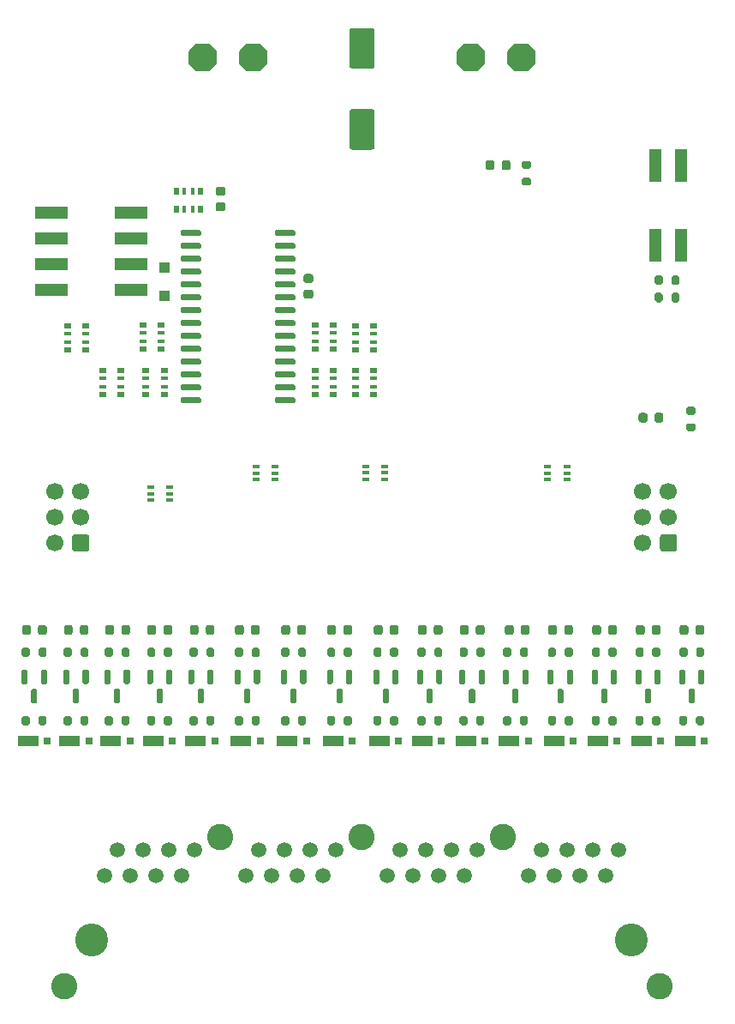
<source format=gts>
G04 #@! TF.GenerationSoftware,KiCad,Pcbnew,6.0.11+dfsg-1*
G04 #@! TF.CreationDate,2023-11-01T17:04:38+00:00*
G04 #@! TF.ProjectId,Modular-I2C-4PxRJ45-Relay-Driver,4d6f6475-6c61-4722-9d49-32432d345078,rev?*
G04 #@! TF.SameCoordinates,Original*
G04 #@! TF.FileFunction,Soldermask,Top*
G04 #@! TF.FilePolarity,Negative*
%FSLAX46Y46*%
G04 Gerber Fmt 4.6, Leading zero omitted, Abs format (unit mm)*
G04 Created by KiCad (PCBNEW 6.0.11+dfsg-1) date 2023-11-01 17:04:38*
%MOMM*%
%LPD*%
G01*
G04 APERTURE LIST*
%ADD10C,1.700000*%
%ADD11R,2.000000X1.100000*%
%ADD12R,0.800000X0.800000*%
%ADD13R,0.650000X0.400000*%
%ADD14R,0.800000X0.500000*%
%ADD15R,0.800000X0.400000*%
%ADD16R,0.500000X0.800000*%
%ADD17R,0.400000X0.800000*%
%ADD18R,1.200000X3.300000*%
%ADD19R,3.300000X1.200000*%
%ADD20R,1.100000X1.100000*%
%ADD21C,3.250000*%
%ADD22C,1.500000*%
%ADD23C,2.600000*%
G04 APERTURE END LIST*
G36*
G01*
X180768995Y-73231501D02*
X180768995Y-74431501D01*
G75*
G02*
X180518995Y-74681501I-250000J0D01*
G01*
X179318995Y-74681501D01*
G75*
G02*
X179068995Y-74431501I0J250000D01*
G01*
X179068995Y-73231501D01*
G75*
G02*
X179318995Y-72981501I250000J0D01*
G01*
X180518995Y-72981501D01*
G75*
G02*
X180768995Y-73231501I0J-250000D01*
G01*
G37*
D10*
X177378995Y-73831501D03*
X179918995Y-71291501D03*
X177378995Y-71291501D03*
X179918995Y-68751501D03*
X177378995Y-68751501D03*
G36*
G01*
X139528000Y-82162250D02*
X139528000Y-82674750D01*
G75*
G02*
X139309250Y-82893500I-218750J0D01*
G01*
X138871750Y-82893500D01*
G75*
G02*
X138653000Y-82674750I0J218750D01*
G01*
X138653000Y-82162250D01*
G75*
G02*
X138871750Y-81943500I218750J0D01*
G01*
X139309250Y-81943500D01*
G75*
G02*
X139528000Y-82162250I0J-218750D01*
G01*
G37*
G36*
G01*
X137953000Y-82162250D02*
X137953000Y-82674750D01*
G75*
G02*
X137734250Y-82893500I-218750J0D01*
G01*
X137296750Y-82893500D01*
G75*
G02*
X137078000Y-82674750I0J218750D01*
G01*
X137078000Y-82162250D01*
G75*
G02*
X137296750Y-81943500I218750J0D01*
G01*
X137734250Y-81943500D01*
G75*
G02*
X137953000Y-82162250I0J-218750D01*
G01*
G37*
G36*
G01*
X150747000Y-91642900D02*
X150747000Y-91092900D01*
G75*
G02*
X150947000Y-90892900I200000J0D01*
G01*
X151347000Y-90892900D01*
G75*
G02*
X151547000Y-91092900I0J-200000D01*
G01*
X151547000Y-91642900D01*
G75*
G02*
X151347000Y-91842900I-200000J0D01*
G01*
X150947000Y-91842900D01*
G75*
G02*
X150747000Y-91642900I0J200000D01*
G01*
G37*
G36*
G01*
X152397000Y-91642900D02*
X152397000Y-91092900D01*
G75*
G02*
X152597000Y-90892900I200000J0D01*
G01*
X152997000Y-90892900D01*
G75*
G02*
X153197000Y-91092900I0J-200000D01*
G01*
X153197000Y-91642900D01*
G75*
G02*
X152997000Y-91842900I-200000J0D01*
G01*
X152597000Y-91842900D01*
G75*
G02*
X152397000Y-91642900I0J200000D01*
G01*
G37*
D11*
X142236150Y-93340500D03*
D12*
X144136150Y-93340500D03*
D11*
X159861000Y-93340500D03*
D12*
X161761000Y-93340500D03*
G36*
G01*
X183458800Y-82162250D02*
X183458800Y-82674750D01*
G75*
G02*
X183240050Y-82893500I-218750J0D01*
G01*
X182802550Y-82893500D01*
G75*
G02*
X182583800Y-82674750I0J218750D01*
G01*
X182583800Y-82162250D01*
G75*
G02*
X182802550Y-81943500I218750J0D01*
G01*
X183240050Y-81943500D01*
G75*
G02*
X183458800Y-82162250I0J-218750D01*
G01*
G37*
G36*
G01*
X181883800Y-82162250D02*
X181883800Y-82674750D01*
G75*
G02*
X181665050Y-82893500I-218750J0D01*
G01*
X181227550Y-82893500D01*
G75*
G02*
X181008800Y-82674750I0J218750D01*
G01*
X181008800Y-82162250D01*
G75*
G02*
X181227550Y-81943500I218750J0D01*
G01*
X181665050Y-81943500D01*
G75*
G02*
X181883800Y-82162250I0J-218750D01*
G01*
G37*
D13*
X128717000Y-68306500D03*
X128717000Y-68956500D03*
X128717000Y-69606500D03*
X130617000Y-69606500D03*
X130617000Y-68956500D03*
X130617000Y-68306500D03*
D11*
X168593300Y-93340500D03*
D12*
X170493300Y-93340500D03*
G36*
G01*
X157573300Y-82162250D02*
X157573300Y-82674750D01*
G75*
G02*
X157354550Y-82893500I-218750J0D01*
G01*
X156917050Y-82893500D01*
G75*
G02*
X156698300Y-82674750I0J218750D01*
G01*
X156698300Y-82162250D01*
G75*
G02*
X156917050Y-81943500I218750J0D01*
G01*
X157354550Y-81943500D01*
G75*
G02*
X157573300Y-82162250I0J-218750D01*
G01*
G37*
G36*
G01*
X155998300Y-82162250D02*
X155998300Y-82674750D01*
G75*
G02*
X155779550Y-82893500I-218750J0D01*
G01*
X155342050Y-82893500D01*
G75*
G02*
X155123300Y-82674750I0J218750D01*
G01*
X155123300Y-82162250D01*
G75*
G02*
X155342050Y-81943500I218750J0D01*
G01*
X155779550Y-81943500D01*
G75*
G02*
X155998300Y-82162250I0J-218750D01*
G01*
G37*
G36*
G01*
X164293000Y-36277250D02*
X164293000Y-36789750D01*
G75*
G02*
X164074250Y-37008500I-218750J0D01*
G01*
X163636750Y-37008500D01*
G75*
G02*
X163418000Y-36789750I0J218750D01*
G01*
X163418000Y-36277250D01*
G75*
G02*
X163636750Y-36058500I218750J0D01*
G01*
X164074250Y-36058500D01*
G75*
G02*
X164293000Y-36277250I0J-218750D01*
G01*
G37*
G36*
G01*
X162718000Y-36277250D02*
X162718000Y-36789750D01*
G75*
G02*
X162499250Y-37008500I-218750J0D01*
G01*
X162061750Y-37008500D01*
G75*
G02*
X161843000Y-36789750I0J218750D01*
G01*
X161843000Y-36277250D01*
G75*
G02*
X162061750Y-36058500I218750J0D01*
G01*
X162499250Y-36058500D01*
G75*
G02*
X162718000Y-36277250I0J-218750D01*
G01*
G37*
G36*
G01*
X146167500Y-84896200D02*
X146167500Y-84346200D01*
G75*
G02*
X146367500Y-84146200I200000J0D01*
G01*
X146767500Y-84146200D01*
G75*
G02*
X146967500Y-84346200I0J-200000D01*
G01*
X146967500Y-84896200D01*
G75*
G02*
X146767500Y-85096200I-200000J0D01*
G01*
X146367500Y-85096200D01*
G75*
G02*
X146167500Y-84896200I0J200000D01*
G01*
G37*
G36*
G01*
X147817500Y-84896200D02*
X147817500Y-84346200D01*
G75*
G02*
X148017500Y-84146200I200000J0D01*
G01*
X148417500Y-84146200D01*
G75*
G02*
X148617500Y-84346200I0J-200000D01*
G01*
X148617500Y-84896200D01*
G75*
G02*
X148417500Y-85096200I-200000J0D01*
G01*
X148017500Y-85096200D01*
G75*
G02*
X147817500Y-84896200I0J200000D01*
G01*
G37*
G36*
G01*
X130412500Y-86331500D02*
X130712500Y-86331500D01*
G75*
G02*
X130862500Y-86481500I0J-150000D01*
G01*
X130862500Y-87656500D01*
G75*
G02*
X130712500Y-87806500I-150000J0D01*
G01*
X130412500Y-87806500D01*
G75*
G02*
X130262500Y-87656500I0J150000D01*
G01*
X130262500Y-86481500D01*
G75*
G02*
X130412500Y-86331500I150000J0D01*
G01*
G37*
G36*
G01*
X128512500Y-86331500D02*
X128812500Y-86331500D01*
G75*
G02*
X128962500Y-86481500I0J-150000D01*
G01*
X128962500Y-87656500D01*
G75*
G02*
X128812500Y-87806500I-150000J0D01*
G01*
X128512500Y-87806500D01*
G75*
G02*
X128362500Y-87656500I0J150000D01*
G01*
X128362500Y-86481500D01*
G75*
G02*
X128512500Y-86331500I150000J0D01*
G01*
G37*
G36*
G01*
X129462500Y-88206500D02*
X129762500Y-88206500D01*
G75*
G02*
X129912500Y-88356500I0J-150000D01*
G01*
X129912500Y-89531500D01*
G75*
G02*
X129762500Y-89681500I-150000J0D01*
G01*
X129462500Y-89681500D01*
G75*
G02*
X129312500Y-89531500I0J150000D01*
G01*
X129312500Y-88356500D01*
G75*
G02*
X129462500Y-88206500I150000J0D01*
G01*
G37*
D13*
X167960000Y-66274500D03*
X167960000Y-66924500D03*
X167960000Y-67574500D03*
X169860000Y-67574500D03*
X169860000Y-66924500D03*
X169860000Y-66274500D03*
G36*
G01*
X128387500Y-91642900D02*
X128387500Y-91092900D01*
G75*
G02*
X128587500Y-90892900I200000J0D01*
G01*
X128987500Y-90892900D01*
G75*
G02*
X129187500Y-91092900I0J-200000D01*
G01*
X129187500Y-91642900D01*
G75*
G02*
X128987500Y-91842900I-200000J0D01*
G01*
X128587500Y-91842900D01*
G75*
G02*
X128387500Y-91642900I0J200000D01*
G01*
G37*
G36*
G01*
X130037500Y-91642900D02*
X130037500Y-91092900D01*
G75*
G02*
X130237500Y-90892900I200000J0D01*
G01*
X130637500Y-90892900D01*
G75*
G02*
X130837500Y-91092900I0J-200000D01*
G01*
X130837500Y-91642900D01*
G75*
G02*
X130637500Y-91842900I-200000J0D01*
G01*
X130237500Y-91842900D01*
G75*
G02*
X130037500Y-91642900I0J200000D01*
G01*
G37*
G36*
G01*
X135048500Y-82162250D02*
X135048500Y-82674750D01*
G75*
G02*
X134829750Y-82893500I-218750J0D01*
G01*
X134392250Y-82893500D01*
G75*
G02*
X134173500Y-82674750I0J218750D01*
G01*
X134173500Y-82162250D01*
G75*
G02*
X134392250Y-81943500I218750J0D01*
G01*
X134829750Y-81943500D01*
G75*
G02*
X135048500Y-82162250I0J-218750D01*
G01*
G37*
G36*
G01*
X133473500Y-82162250D02*
X133473500Y-82674750D01*
G75*
G02*
X133254750Y-82893500I-218750J0D01*
G01*
X132817250Y-82893500D01*
G75*
G02*
X132598500Y-82674750I0J218750D01*
G01*
X132598500Y-82162250D01*
G75*
G02*
X132817250Y-81943500I218750J0D01*
G01*
X133254750Y-81943500D01*
G75*
G02*
X133473500Y-82162250I0J-218750D01*
G01*
G37*
G36*
G01*
X159263500Y-91642900D02*
X159263500Y-91092900D01*
G75*
G02*
X159463500Y-90892900I200000J0D01*
G01*
X159863500Y-90892900D01*
G75*
G02*
X160063500Y-91092900I0J-200000D01*
G01*
X160063500Y-91642900D01*
G75*
G02*
X159863500Y-91842900I-200000J0D01*
G01*
X159463500Y-91842900D01*
G75*
G02*
X159263500Y-91642900I0J200000D01*
G01*
G37*
G36*
G01*
X160913500Y-91642900D02*
X160913500Y-91092900D01*
G75*
G02*
X161113500Y-90892900I200000J0D01*
G01*
X161513500Y-90892900D01*
G75*
G02*
X161713500Y-91092900I0J-200000D01*
G01*
X161713500Y-91642900D01*
G75*
G02*
X161513500Y-91842900I-200000J0D01*
G01*
X161113500Y-91842900D01*
G75*
G02*
X160913500Y-91642900I0J200000D01*
G01*
G37*
G36*
G01*
X148637500Y-82162250D02*
X148637500Y-82674750D01*
G75*
G02*
X148418750Y-82893500I-218750J0D01*
G01*
X147981250Y-82893500D01*
G75*
G02*
X147762500Y-82674750I0J218750D01*
G01*
X147762500Y-82162250D01*
G75*
G02*
X147981250Y-81943500I218750J0D01*
G01*
X148418750Y-81943500D01*
G75*
G02*
X148637500Y-82162250I0J-218750D01*
G01*
G37*
G36*
G01*
X147062500Y-82162250D02*
X147062500Y-82674750D01*
G75*
G02*
X146843750Y-82893500I-218750J0D01*
G01*
X146406250Y-82893500D01*
G75*
G02*
X146187500Y-82674750I0J218750D01*
G01*
X146187500Y-82162250D01*
G75*
G02*
X146406250Y-81943500I218750J0D01*
G01*
X146843750Y-81943500D01*
G75*
G02*
X147062500Y-82162250I0J-218750D01*
G01*
G37*
G36*
G01*
X159271000Y-84896200D02*
X159271000Y-84346200D01*
G75*
G02*
X159471000Y-84146200I200000J0D01*
G01*
X159871000Y-84146200D01*
G75*
G02*
X160071000Y-84346200I0J-200000D01*
G01*
X160071000Y-84896200D01*
G75*
G02*
X159871000Y-85096200I-200000J0D01*
G01*
X159471000Y-85096200D01*
G75*
G02*
X159271000Y-84896200I0J200000D01*
G01*
G37*
G36*
G01*
X160921000Y-84896200D02*
X160921000Y-84346200D01*
G75*
G02*
X161121000Y-84146200I200000J0D01*
G01*
X161521000Y-84146200D01*
G75*
G02*
X161721000Y-84346200I0J-200000D01*
G01*
X161721000Y-84896200D01*
G75*
G02*
X161521000Y-85096200I-200000J0D01*
G01*
X161121000Y-85096200D01*
G75*
G02*
X160921000Y-84896200I0J200000D01*
G01*
G37*
G36*
G01*
X126221500Y-86317262D02*
X126521500Y-86317262D01*
G75*
G02*
X126671500Y-86467262I0J-150000D01*
G01*
X126671500Y-87642262D01*
G75*
G02*
X126521500Y-87792262I-150000J0D01*
G01*
X126221500Y-87792262D01*
G75*
G02*
X126071500Y-87642262I0J150000D01*
G01*
X126071500Y-86467262D01*
G75*
G02*
X126221500Y-86317262I150000J0D01*
G01*
G37*
G36*
G01*
X124321500Y-86317262D02*
X124621500Y-86317262D01*
G75*
G02*
X124771500Y-86467262I0J-150000D01*
G01*
X124771500Y-87642262D01*
G75*
G02*
X124621500Y-87792262I-150000J0D01*
G01*
X124321500Y-87792262D01*
G75*
G02*
X124171500Y-87642262I0J150000D01*
G01*
X124171500Y-86467262D01*
G75*
G02*
X124321500Y-86317262I150000J0D01*
G01*
G37*
G36*
G01*
X125271500Y-88192262D02*
X125571500Y-88192262D01*
G75*
G02*
X125721500Y-88342262I0J-150000D01*
G01*
X125721500Y-89517262D01*
G75*
G02*
X125571500Y-89667262I-150000J0D01*
G01*
X125271500Y-89667262D01*
G75*
G02*
X125121500Y-89517262I0J150000D01*
G01*
X125121500Y-88342262D01*
G75*
G02*
X125271500Y-88192262I150000J0D01*
G01*
G37*
G36*
G01*
X170020800Y-86331500D02*
X170320800Y-86331500D01*
G75*
G02*
X170470800Y-86481500I0J-150000D01*
G01*
X170470800Y-87656500D01*
G75*
G02*
X170320800Y-87806500I-150000J0D01*
G01*
X170020800Y-87806500D01*
G75*
G02*
X169870800Y-87656500I0J150000D01*
G01*
X169870800Y-86481500D01*
G75*
G02*
X170020800Y-86331500I150000J0D01*
G01*
G37*
G36*
G01*
X168120800Y-86331500D02*
X168420800Y-86331500D01*
G75*
G02*
X168570800Y-86481500I0J-150000D01*
G01*
X168570800Y-87656500D01*
G75*
G02*
X168420800Y-87806500I-150000J0D01*
G01*
X168120800Y-87806500D01*
G75*
G02*
X167970800Y-87656500I0J150000D01*
G01*
X167970800Y-86481500D01*
G75*
G02*
X168120800Y-86331500I150000J0D01*
G01*
G37*
G36*
G01*
X169070800Y-88206500D02*
X169370800Y-88206500D01*
G75*
G02*
X169520800Y-88356500I0J-150000D01*
G01*
X169520800Y-89531500D01*
G75*
G02*
X169370800Y-89681500I-150000J0D01*
G01*
X169070800Y-89681500D01*
G75*
G02*
X168920800Y-89531500I0J150000D01*
G01*
X168920800Y-88356500D01*
G75*
G02*
X169070800Y-88206500I150000J0D01*
G01*
G37*
G36*
G01*
X170473300Y-82162250D02*
X170473300Y-82674750D01*
G75*
G02*
X170254550Y-82893500I-218750J0D01*
G01*
X169817050Y-82893500D01*
G75*
G02*
X169598300Y-82674750I0J218750D01*
G01*
X169598300Y-82162250D01*
G75*
G02*
X169817050Y-81943500I218750J0D01*
G01*
X170254550Y-81943500D01*
G75*
G02*
X170473300Y-82162250I0J-218750D01*
G01*
G37*
G36*
G01*
X168898300Y-82162250D02*
X168898300Y-82674750D01*
G75*
G02*
X168679550Y-82893500I-218750J0D01*
G01*
X168242050Y-82893500D01*
G75*
G02*
X168023300Y-82674750I0J218750D01*
G01*
X168023300Y-82162250D01*
G75*
G02*
X168242050Y-81943500I218750J0D01*
G01*
X168679550Y-81943500D01*
G75*
G02*
X168898300Y-82162250I0J-218750D01*
G01*
G37*
G36*
G01*
X179132500Y-82162250D02*
X179132500Y-82674750D01*
G75*
G02*
X178913750Y-82893500I-218750J0D01*
G01*
X178476250Y-82893500D01*
G75*
G02*
X178257500Y-82674750I0J218750D01*
G01*
X178257500Y-82162250D01*
G75*
G02*
X178476250Y-81943500I218750J0D01*
G01*
X178913750Y-81943500D01*
G75*
G02*
X179132500Y-82162250I0J-218750D01*
G01*
G37*
G36*
G01*
X177557500Y-82162250D02*
X177557500Y-82674750D01*
G75*
G02*
X177338750Y-82893500I-218750J0D01*
G01*
X176901250Y-82893500D01*
G75*
G02*
X176682500Y-82674750I0J218750D01*
G01*
X176682500Y-82162250D01*
G75*
G02*
X176901250Y-81943500I218750J0D01*
G01*
X177338750Y-81943500D01*
G75*
G02*
X177557500Y-82162250I0J-218750D01*
G01*
G37*
G36*
X164674281Y-27255696D02*
G01*
X164662158Y-27245342D01*
X164027158Y-26610342D01*
X163998651Y-26554394D01*
X163997400Y-26538500D01*
X163997400Y-25268500D01*
X164016804Y-25208781D01*
X164027158Y-25196658D01*
X164662158Y-24561658D01*
X164718106Y-24533151D01*
X164734000Y-24531900D01*
X166004000Y-24531900D01*
X166063719Y-24551304D01*
X166075842Y-24561658D01*
X166710842Y-25196658D01*
X166739349Y-25252606D01*
X166740600Y-25268500D01*
X166740600Y-26538500D01*
X166721196Y-26598219D01*
X166710842Y-26610342D01*
X166075842Y-27245342D01*
X166019894Y-27273849D01*
X166004000Y-27275100D01*
X164734000Y-27275100D01*
X164674281Y-27255696D01*
G37*
G36*
X159674281Y-27255696D02*
G01*
X159662158Y-27245342D01*
X159027158Y-26610342D01*
X158998651Y-26554394D01*
X158997400Y-26538500D01*
X158997400Y-25268500D01*
X159016804Y-25208781D01*
X159027158Y-25196658D01*
X159662158Y-24561658D01*
X159718106Y-24533151D01*
X159734000Y-24531900D01*
X161004000Y-24531900D01*
X161063719Y-24551304D01*
X161075842Y-24561658D01*
X161710842Y-25196658D01*
X161739349Y-25252606D01*
X161740600Y-25268500D01*
X161740600Y-26538500D01*
X161721196Y-26598219D01*
X161710842Y-26610342D01*
X161075842Y-27245342D01*
X161019894Y-27273849D01*
X161004000Y-27275100D01*
X159734000Y-27275100D01*
X159674281Y-27255696D01*
G37*
G36*
G01*
X122669010Y-73231501D02*
X122669010Y-74431501D01*
G75*
G02*
X122419010Y-74681501I-250000J0D01*
G01*
X121219010Y-74681501D01*
G75*
G02*
X120969010Y-74431501I0J250000D01*
G01*
X120969010Y-73231501D01*
G75*
G02*
X121219010Y-72981501I250000J0D01*
G01*
X122419010Y-72981501D01*
G75*
G02*
X122669010Y-73231501I0J-250000D01*
G01*
G37*
D10*
X119279010Y-73831501D03*
X121819010Y-71291501D03*
X119279010Y-71291501D03*
X121819010Y-68751501D03*
X119279010Y-68751501D03*
D14*
X123969000Y-56803500D03*
D15*
X123969000Y-57603500D03*
X123969000Y-58403500D03*
D14*
X123969000Y-59203500D03*
X125769000Y-59203500D03*
D15*
X125769000Y-58403500D03*
X125769000Y-57603500D03*
D14*
X125769000Y-56803500D03*
G36*
G01*
X165587000Y-36108500D02*
X166137000Y-36108500D01*
G75*
G02*
X166337000Y-36308500I0J-200000D01*
G01*
X166337000Y-36708500D01*
G75*
G02*
X166137000Y-36908500I-200000J0D01*
G01*
X165587000Y-36908500D01*
G75*
G02*
X165387000Y-36708500I0J200000D01*
G01*
X165387000Y-36308500D01*
G75*
G02*
X165587000Y-36108500I200000J0D01*
G01*
G37*
G36*
G01*
X165587000Y-37758500D02*
X166137000Y-37758500D01*
G75*
G02*
X166337000Y-37958500I0J-200000D01*
G01*
X166337000Y-38358500D01*
G75*
G02*
X166137000Y-38558500I-200000J0D01*
G01*
X165587000Y-38558500D01*
G75*
G02*
X165387000Y-38358500I0J200000D01*
G01*
X165387000Y-37958500D01*
G75*
G02*
X165587000Y-37758500I200000J0D01*
G01*
G37*
G36*
G01*
X135886000Y-41098500D02*
X135386000Y-41098500D01*
G75*
G02*
X135161000Y-40873500I0J225000D01*
G01*
X135161000Y-40423500D01*
G75*
G02*
X135386000Y-40198500I225000J0D01*
G01*
X135886000Y-40198500D01*
G75*
G02*
X136111000Y-40423500I0J-225000D01*
G01*
X136111000Y-40873500D01*
G75*
G02*
X135886000Y-41098500I-225000J0D01*
G01*
G37*
G36*
G01*
X135886000Y-39548500D02*
X135386000Y-39548500D01*
G75*
G02*
X135161000Y-39323500I0J225000D01*
G01*
X135161000Y-38873500D01*
G75*
G02*
X135386000Y-38648500I225000J0D01*
G01*
X135886000Y-38648500D01*
G75*
G02*
X136111000Y-38873500I0J-225000D01*
G01*
X136111000Y-39323500D01*
G75*
G02*
X135886000Y-39548500I-225000J0D01*
G01*
G37*
D16*
X133661000Y-39100500D03*
D17*
X132861000Y-39100500D03*
X132061000Y-39100500D03*
D16*
X131261000Y-39100500D03*
X131261000Y-40900500D03*
D17*
X132061000Y-40900500D03*
X132861000Y-40900500D03*
D16*
X133661000Y-40900500D03*
D11*
X172934500Y-93340500D03*
D12*
X174834500Y-93340500D03*
G36*
G01*
X180994000Y-47628500D02*
X180994000Y-48178500D01*
G75*
G02*
X180794000Y-48378500I-200000J0D01*
G01*
X180394000Y-48378500D01*
G75*
G02*
X180194000Y-48178500I0J200000D01*
G01*
X180194000Y-47628500D01*
G75*
G02*
X180394000Y-47428500I200000J0D01*
G01*
X180794000Y-47428500D01*
G75*
G02*
X180994000Y-47628500I0J-200000D01*
G01*
G37*
G36*
G01*
X179344000Y-47628500D02*
X179344000Y-48178500D01*
G75*
G02*
X179144000Y-48378500I-200000J0D01*
G01*
X178744000Y-48378500D01*
G75*
G02*
X178544000Y-48178500I0J200000D01*
G01*
X178544000Y-47628500D01*
G75*
G02*
X178744000Y-47428500I200000J0D01*
G01*
X179144000Y-47428500D01*
G75*
G02*
X179344000Y-47628500I0J-200000D01*
G01*
G37*
G36*
G01*
X155103300Y-84896200D02*
X155103300Y-84346200D01*
G75*
G02*
X155303300Y-84146200I200000J0D01*
G01*
X155703300Y-84146200D01*
G75*
G02*
X155903300Y-84346200I0J-200000D01*
G01*
X155903300Y-84896200D01*
G75*
G02*
X155703300Y-85096200I-200000J0D01*
G01*
X155303300Y-85096200D01*
G75*
G02*
X155103300Y-84896200I0J200000D01*
G01*
G37*
G36*
G01*
X156753300Y-84896200D02*
X156753300Y-84346200D01*
G75*
G02*
X156953300Y-84146200I200000J0D01*
G01*
X157353300Y-84146200D01*
G75*
G02*
X157553300Y-84346200I0J-200000D01*
G01*
X157553300Y-84896200D01*
G75*
G02*
X157353300Y-85096200I-200000J0D01*
G01*
X156953300Y-85096200D01*
G75*
G02*
X156753300Y-84896200I0J200000D01*
G01*
G37*
G36*
G01*
X144100000Y-82162250D02*
X144100000Y-82674750D01*
G75*
G02*
X143881250Y-82893500I-218750J0D01*
G01*
X143443750Y-82893500D01*
G75*
G02*
X143225000Y-82674750I0J218750D01*
G01*
X143225000Y-82162250D01*
G75*
G02*
X143443750Y-81943500I218750J0D01*
G01*
X143881250Y-81943500D01*
G75*
G02*
X144100000Y-82162250I0J-218750D01*
G01*
G37*
G36*
G01*
X142525000Y-82162250D02*
X142525000Y-82674750D01*
G75*
G02*
X142306250Y-82893500I-218750J0D01*
G01*
X141868750Y-82893500D01*
G75*
G02*
X141650000Y-82674750I0J218750D01*
G01*
X141650000Y-82162250D01*
G75*
G02*
X141868750Y-81943500I218750J0D01*
G01*
X142306250Y-81943500D01*
G75*
G02*
X142525000Y-82162250I0J-218750D01*
G01*
G37*
D14*
X120512000Y-52389500D03*
D15*
X120512000Y-53189500D03*
X120512000Y-53989500D03*
D14*
X120512000Y-54789500D03*
X122312000Y-54789500D03*
D15*
X122312000Y-53989500D03*
X122312000Y-53189500D03*
D14*
X122312000Y-52389500D03*
D11*
X124794000Y-93340500D03*
D12*
X126694000Y-93340500D03*
G36*
G01*
X155095800Y-91642900D02*
X155095800Y-91092900D01*
G75*
G02*
X155295800Y-90892900I200000J0D01*
G01*
X155695800Y-90892900D01*
G75*
G02*
X155895800Y-91092900I0J-200000D01*
G01*
X155895800Y-91642900D01*
G75*
G02*
X155695800Y-91842900I-200000J0D01*
G01*
X155295800Y-91842900D01*
G75*
G02*
X155095800Y-91642900I0J200000D01*
G01*
G37*
G36*
G01*
X156745800Y-91642900D02*
X156745800Y-91092900D01*
G75*
G02*
X156945800Y-90892900I200000J0D01*
G01*
X157345800Y-90892900D01*
G75*
G02*
X157545800Y-91092900I0J-200000D01*
G01*
X157545800Y-91642900D01*
G75*
G02*
X157345800Y-91842900I-200000J0D01*
G01*
X156945800Y-91842900D01*
G75*
G02*
X156745800Y-91642900I0J200000D01*
G01*
G37*
G36*
G01*
X124196500Y-84896200D02*
X124196500Y-84346200D01*
G75*
G02*
X124396500Y-84146200I200000J0D01*
G01*
X124796500Y-84146200D01*
G75*
G02*
X124996500Y-84346200I0J-200000D01*
G01*
X124996500Y-84896200D01*
G75*
G02*
X124796500Y-85096200I-200000J0D01*
G01*
X124396500Y-85096200D01*
G75*
G02*
X124196500Y-84896200I0J200000D01*
G01*
G37*
G36*
G01*
X125846500Y-84896200D02*
X125846500Y-84346200D01*
G75*
G02*
X126046500Y-84146200I200000J0D01*
G01*
X126446500Y-84146200D01*
G75*
G02*
X126646500Y-84346200I0J-200000D01*
G01*
X126646500Y-84896200D01*
G75*
G02*
X126446500Y-85096200I-200000J0D01*
G01*
X126046500Y-85096200D01*
G75*
G02*
X125846500Y-84896200I0J200000D01*
G01*
G37*
D13*
X149992000Y-66259500D03*
X149992000Y-66909500D03*
X149992000Y-67559500D03*
X151892000Y-67559500D03*
X151892000Y-66909500D03*
X151892000Y-66259500D03*
G36*
G01*
X137064500Y-91642900D02*
X137064500Y-91092900D01*
G75*
G02*
X137264500Y-90892900I200000J0D01*
G01*
X137664500Y-90892900D01*
G75*
G02*
X137864500Y-91092900I0J-200000D01*
G01*
X137864500Y-91642900D01*
G75*
G02*
X137664500Y-91842900I-200000J0D01*
G01*
X137264500Y-91842900D01*
G75*
G02*
X137064500Y-91642900I0J200000D01*
G01*
G37*
G36*
G01*
X138714500Y-91642900D02*
X138714500Y-91092900D01*
G75*
G02*
X138914500Y-90892900I200000J0D01*
G01*
X139314500Y-90892900D01*
G75*
G02*
X139514500Y-91092900I0J-200000D01*
G01*
X139514500Y-91642900D01*
G75*
G02*
X139314500Y-91842900I-200000J0D01*
G01*
X138914500Y-91842900D01*
G75*
G02*
X138714500Y-91642900I0J200000D01*
G01*
G37*
G36*
G01*
X126701000Y-82162250D02*
X126701000Y-82674750D01*
G75*
G02*
X126482250Y-82893500I-218750J0D01*
G01*
X126044750Y-82893500D01*
G75*
G02*
X125826000Y-82674750I0J218750D01*
G01*
X125826000Y-82162250D01*
G75*
G02*
X126044750Y-81943500I218750J0D01*
G01*
X126482250Y-81943500D01*
G75*
G02*
X126701000Y-82162250I0J-218750D01*
G01*
G37*
G36*
G01*
X125126000Y-82162250D02*
X125126000Y-82674750D01*
G75*
G02*
X124907250Y-82893500I-218750J0D01*
G01*
X124469750Y-82893500D01*
G75*
G02*
X124251000Y-82674750I0J218750D01*
G01*
X124251000Y-82162250D01*
G75*
G02*
X124469750Y-81943500I218750J0D01*
G01*
X124907250Y-81943500D01*
G75*
G02*
X125126000Y-82162250I0J-218750D01*
G01*
G37*
D14*
X127969000Y-52303500D03*
D15*
X127969000Y-53103500D03*
X127969000Y-53903500D03*
D14*
X127969000Y-54703500D03*
X129769000Y-54703500D03*
D15*
X129769000Y-53903500D03*
X129769000Y-53103500D03*
D14*
X129769000Y-52303500D03*
G36*
G01*
X148192500Y-86331500D02*
X148492500Y-86331500D01*
G75*
G02*
X148642500Y-86481500I0J-150000D01*
G01*
X148642500Y-87656500D01*
G75*
G02*
X148492500Y-87806500I-150000J0D01*
G01*
X148192500Y-87806500D01*
G75*
G02*
X148042500Y-87656500I0J150000D01*
G01*
X148042500Y-86481500D01*
G75*
G02*
X148192500Y-86331500I150000J0D01*
G01*
G37*
G36*
G01*
X146292500Y-86331500D02*
X146592500Y-86331500D01*
G75*
G02*
X146742500Y-86481500I0J-150000D01*
G01*
X146742500Y-87656500D01*
G75*
G02*
X146592500Y-87806500I-150000J0D01*
G01*
X146292500Y-87806500D01*
G75*
G02*
X146142500Y-87656500I0J150000D01*
G01*
X146142500Y-86481500D01*
G75*
G02*
X146292500Y-86331500I150000J0D01*
G01*
G37*
G36*
G01*
X147242500Y-88206500D02*
X147542500Y-88206500D01*
G75*
G02*
X147692500Y-88356500I0J-150000D01*
G01*
X147692500Y-89531500D01*
G75*
G02*
X147542500Y-89681500I-150000J0D01*
G01*
X147242500Y-89681500D01*
G75*
G02*
X147092500Y-89531500I0J150000D01*
G01*
X147092500Y-88356500D01*
G75*
G02*
X147242500Y-88206500I150000J0D01*
G01*
G37*
G36*
G01*
X115996000Y-84896200D02*
X115996000Y-84346200D01*
G75*
G02*
X116196000Y-84146200I200000J0D01*
G01*
X116596000Y-84146200D01*
G75*
G02*
X116796000Y-84346200I0J-200000D01*
G01*
X116796000Y-84896200D01*
G75*
G02*
X116596000Y-85096200I-200000J0D01*
G01*
X116196000Y-85096200D01*
G75*
G02*
X115996000Y-84896200I0J200000D01*
G01*
G37*
G36*
G01*
X117646000Y-84896200D02*
X117646000Y-84346200D01*
G75*
G02*
X117846000Y-84146200I200000J0D01*
G01*
X118246000Y-84146200D01*
G75*
G02*
X118446000Y-84346200I0J-200000D01*
G01*
X118446000Y-84896200D01*
G75*
G02*
X118246000Y-85096200I-200000J0D01*
G01*
X117846000Y-85096200D01*
G75*
G02*
X117646000Y-84896200I0J200000D01*
G01*
G37*
G36*
G01*
X124196500Y-91642900D02*
X124196500Y-91092900D01*
G75*
G02*
X124396500Y-90892900I200000J0D01*
G01*
X124796500Y-90892900D01*
G75*
G02*
X124996500Y-91092900I0J-200000D01*
G01*
X124996500Y-91642900D01*
G75*
G02*
X124796500Y-91842900I-200000J0D01*
G01*
X124396500Y-91842900D01*
G75*
G02*
X124196500Y-91642900I0J200000D01*
G01*
G37*
G36*
G01*
X125846500Y-91642900D02*
X125846500Y-91092900D01*
G75*
G02*
X126046500Y-90892900I200000J0D01*
G01*
X126446500Y-90892900D01*
G75*
G02*
X126646500Y-91092900I0J-200000D01*
G01*
X126646500Y-91642900D01*
G75*
G02*
X126446500Y-91842900I-200000J0D01*
G01*
X126046500Y-91842900D01*
G75*
G02*
X125846500Y-91642900I0J200000D01*
G01*
G37*
G36*
G01*
X161741000Y-82162250D02*
X161741000Y-82674750D01*
G75*
G02*
X161522250Y-82893500I-218750J0D01*
G01*
X161084750Y-82893500D01*
G75*
G02*
X160866000Y-82674750I0J218750D01*
G01*
X160866000Y-82162250D01*
G75*
G02*
X161084750Y-81943500I218750J0D01*
G01*
X161522250Y-81943500D01*
G75*
G02*
X161741000Y-82162250I0J-218750D01*
G01*
G37*
G36*
G01*
X160166000Y-82162250D02*
X160166000Y-82674750D01*
G75*
G02*
X159947250Y-82893500I-218750J0D01*
G01*
X159509750Y-82893500D01*
G75*
G02*
X159291000Y-82674750I0J218750D01*
G01*
X159291000Y-82162250D01*
G75*
G02*
X159509750Y-81943500I218750J0D01*
G01*
X159947250Y-81943500D01*
G75*
G02*
X160166000Y-82162250I0J-218750D01*
G01*
G37*
G36*
G01*
X174814500Y-82162250D02*
X174814500Y-82674750D01*
G75*
G02*
X174595750Y-82893500I-218750J0D01*
G01*
X174158250Y-82893500D01*
G75*
G02*
X173939500Y-82674750I0J218750D01*
G01*
X173939500Y-82162250D01*
G75*
G02*
X174158250Y-81943500I218750J0D01*
G01*
X174595750Y-81943500D01*
G75*
G02*
X174814500Y-82162250I0J-218750D01*
G01*
G37*
G36*
G01*
X173239500Y-82162250D02*
X173239500Y-82674750D01*
G75*
G02*
X173020750Y-82893500I-218750J0D01*
G01*
X172583250Y-82893500D01*
G75*
G02*
X172364500Y-82674750I0J218750D01*
G01*
X172364500Y-82162250D01*
G75*
G02*
X172583250Y-81943500I218750J0D01*
G01*
X173020750Y-81943500D01*
G75*
G02*
X173239500Y-82162250I0J-218750D01*
G01*
G37*
G36*
G01*
X128387500Y-84896200D02*
X128387500Y-84346200D01*
G75*
G02*
X128587500Y-84146200I200000J0D01*
G01*
X128987500Y-84146200D01*
G75*
G02*
X129187500Y-84346200I0J-200000D01*
G01*
X129187500Y-84896200D01*
G75*
G02*
X128987500Y-85096200I-200000J0D01*
G01*
X128587500Y-85096200D01*
G75*
G02*
X128387500Y-84896200I0J200000D01*
G01*
G37*
G36*
G01*
X130037500Y-84896200D02*
X130037500Y-84346200D01*
G75*
G02*
X130237500Y-84146200I200000J0D01*
G01*
X130637500Y-84146200D01*
G75*
G02*
X130837500Y-84346200I0J-200000D01*
G01*
X130837500Y-84896200D01*
G75*
G02*
X130637500Y-85096200I-200000J0D01*
G01*
X130237500Y-85096200D01*
G75*
G02*
X130037500Y-84896200I0J200000D01*
G01*
G37*
G36*
G01*
X141638650Y-91642900D02*
X141638650Y-91092900D01*
G75*
G02*
X141838650Y-90892900I200000J0D01*
G01*
X142238650Y-90892900D01*
G75*
G02*
X142438650Y-91092900I0J-200000D01*
G01*
X142438650Y-91642900D01*
G75*
G02*
X142238650Y-91842900I-200000J0D01*
G01*
X141838650Y-91842900D01*
G75*
G02*
X141638650Y-91642900I0J200000D01*
G01*
G37*
G36*
G01*
X143288650Y-91642900D02*
X143288650Y-91092900D01*
G75*
G02*
X143488650Y-90892900I200000J0D01*
G01*
X143888650Y-90892900D01*
G75*
G02*
X144088650Y-91092900I0J-200000D01*
G01*
X144088650Y-91642900D01*
G75*
G02*
X143888650Y-91842900I-200000J0D01*
G01*
X143488650Y-91842900D01*
G75*
G02*
X143288650Y-91642900I0J200000D01*
G01*
G37*
D11*
X133176000Y-93340500D03*
D12*
X135076000Y-93340500D03*
G36*
G01*
X122602500Y-82162250D02*
X122602500Y-82674750D01*
G75*
G02*
X122383750Y-82893500I-218750J0D01*
G01*
X121946250Y-82893500D01*
G75*
G02*
X121727500Y-82674750I0J218750D01*
G01*
X121727500Y-82162250D01*
G75*
G02*
X121946250Y-81943500I218750J0D01*
G01*
X122383750Y-81943500D01*
G75*
G02*
X122602500Y-82162250I0J-218750D01*
G01*
G37*
G36*
G01*
X121027500Y-82162250D02*
X121027500Y-82674750D01*
G75*
G02*
X120808750Y-82893500I-218750J0D01*
G01*
X120371250Y-82893500D01*
G75*
G02*
X120152500Y-82674750I0J218750D01*
G01*
X120152500Y-82162250D01*
G75*
G02*
X120371250Y-81943500I218750J0D01*
G01*
X120808750Y-81943500D01*
G75*
G02*
X121027500Y-82162250I0J-218750D01*
G01*
G37*
G36*
G01*
X176662500Y-84896200D02*
X176662500Y-84346200D01*
G75*
G02*
X176862500Y-84146200I200000J0D01*
G01*
X177262500Y-84146200D01*
G75*
G02*
X177462500Y-84346200I0J-200000D01*
G01*
X177462500Y-84896200D01*
G75*
G02*
X177262500Y-85096200I-200000J0D01*
G01*
X176862500Y-85096200D01*
G75*
G02*
X176662500Y-84896200I0J200000D01*
G01*
G37*
G36*
G01*
X178312500Y-84896200D02*
X178312500Y-84346200D01*
G75*
G02*
X178512500Y-84146200I200000J0D01*
G01*
X178912500Y-84146200D01*
G75*
G02*
X179112500Y-84346200I0J-200000D01*
G01*
X179112500Y-84896200D01*
G75*
G02*
X178912500Y-85096200I-200000J0D01*
G01*
X178512500Y-85096200D01*
G75*
G02*
X178312500Y-84896200I0J200000D01*
G01*
G37*
G36*
G01*
X180981300Y-91642900D02*
X180981300Y-91092900D01*
G75*
G02*
X181181300Y-90892900I200000J0D01*
G01*
X181581300Y-90892900D01*
G75*
G02*
X181781300Y-91092900I0J-200000D01*
G01*
X181781300Y-91642900D01*
G75*
G02*
X181581300Y-91842900I-200000J0D01*
G01*
X181181300Y-91842900D01*
G75*
G02*
X180981300Y-91642900I0J200000D01*
G01*
G37*
G36*
G01*
X182631300Y-91642900D02*
X182631300Y-91092900D01*
G75*
G02*
X182831300Y-90892900I200000J0D01*
G01*
X183231300Y-90892900D01*
G75*
G02*
X183431300Y-91092900I0J-200000D01*
G01*
X183431300Y-91642900D01*
G75*
G02*
X183231300Y-91842900I-200000J0D01*
G01*
X182831300Y-91842900D01*
G75*
G02*
X182631300Y-91642900I0J200000D01*
G01*
G37*
G36*
G01*
X148619000Y-23003500D02*
X150619000Y-23003500D01*
G75*
G02*
X150869000Y-23253500I0J-250000D01*
G01*
X150869000Y-26753500D01*
G75*
G02*
X150619000Y-27003500I-250000J0D01*
G01*
X148619000Y-27003500D01*
G75*
G02*
X148369000Y-26753500I0J250000D01*
G01*
X148369000Y-23253500D01*
G75*
G02*
X148619000Y-23003500I250000J0D01*
G01*
G37*
G36*
G01*
X148619000Y-31003500D02*
X150619000Y-31003500D01*
G75*
G02*
X150869000Y-31253500I0J-250000D01*
G01*
X150869000Y-34753500D01*
G75*
G02*
X150619000Y-35003500I-250000J0D01*
G01*
X148619000Y-35003500D01*
G75*
G02*
X148369000Y-34753500I0J250000D01*
G01*
X148369000Y-31253500D01*
G75*
G02*
X148619000Y-31003500I250000J0D01*
G01*
G37*
D14*
X146769000Y-54703500D03*
D15*
X146769000Y-53903500D03*
X146769000Y-53103500D03*
D14*
X146769000Y-52303500D03*
X144969000Y-52303500D03*
D15*
X144969000Y-53103500D03*
X144969000Y-53903500D03*
D14*
X144969000Y-54703500D03*
G36*
G01*
X132578500Y-91642900D02*
X132578500Y-91092900D01*
G75*
G02*
X132778500Y-90892900I200000J0D01*
G01*
X133178500Y-90892900D01*
G75*
G02*
X133378500Y-91092900I0J-200000D01*
G01*
X133378500Y-91642900D01*
G75*
G02*
X133178500Y-91842900I-200000J0D01*
G01*
X132778500Y-91842900D01*
G75*
G02*
X132578500Y-91642900I0J200000D01*
G01*
G37*
G36*
G01*
X134228500Y-91642900D02*
X134228500Y-91092900D01*
G75*
G02*
X134428500Y-90892900I200000J0D01*
G01*
X134828500Y-90892900D01*
G75*
G02*
X135028500Y-91092900I0J-200000D01*
G01*
X135028500Y-91642900D01*
G75*
G02*
X134828500Y-91842900I-200000J0D01*
G01*
X134428500Y-91842900D01*
G75*
G02*
X134228500Y-91642900I0J200000D01*
G01*
G37*
G36*
G01*
X146167500Y-91642900D02*
X146167500Y-91092900D01*
G75*
G02*
X146367500Y-90892900I200000J0D01*
G01*
X146767500Y-90892900D01*
G75*
G02*
X146967500Y-91092900I0J-200000D01*
G01*
X146967500Y-91642900D01*
G75*
G02*
X146767500Y-91842900I-200000J0D01*
G01*
X146367500Y-91842900D01*
G75*
G02*
X146167500Y-91642900I0J200000D01*
G01*
G37*
G36*
G01*
X147817500Y-91642900D02*
X147817500Y-91092900D01*
G75*
G02*
X148017500Y-90892900I200000J0D01*
G01*
X148417500Y-90892900D01*
G75*
G02*
X148617500Y-91092900I0J-200000D01*
G01*
X148617500Y-91642900D01*
G75*
G02*
X148417500Y-91842900I-200000J0D01*
G01*
X148017500Y-91842900D01*
G75*
G02*
X147817500Y-91642900I0J200000D01*
G01*
G37*
G36*
G01*
X137064500Y-84896200D02*
X137064500Y-84346200D01*
G75*
G02*
X137264500Y-84146200I200000J0D01*
G01*
X137664500Y-84146200D01*
G75*
G02*
X137864500Y-84346200I0J-200000D01*
G01*
X137864500Y-84896200D01*
G75*
G02*
X137664500Y-85096200I-200000J0D01*
G01*
X137264500Y-85096200D01*
G75*
G02*
X137064500Y-84896200I0J200000D01*
G01*
G37*
G36*
G01*
X138714500Y-84896200D02*
X138714500Y-84346200D01*
G75*
G02*
X138914500Y-84146200I200000J0D01*
G01*
X139314500Y-84146200D01*
G75*
G02*
X139514500Y-84346200I0J-200000D01*
G01*
X139514500Y-84896200D01*
G75*
G02*
X139314500Y-85096200I-200000J0D01*
G01*
X138914500Y-85096200D01*
G75*
G02*
X138714500Y-84896200I0J200000D01*
G01*
G37*
G36*
G01*
X180994000Y-49328500D02*
X180994000Y-49878500D01*
G75*
G02*
X180794000Y-50078500I-200000J0D01*
G01*
X180394000Y-50078500D01*
G75*
G02*
X180194000Y-49878500I0J200000D01*
G01*
X180194000Y-49328500D01*
G75*
G02*
X180394000Y-49128500I200000J0D01*
G01*
X180794000Y-49128500D01*
G75*
G02*
X180994000Y-49328500I0J-200000D01*
G01*
G37*
G36*
G01*
X179344000Y-49328500D02*
X179344000Y-49878500D01*
G75*
G02*
X179144000Y-50078500I-200000J0D01*
G01*
X178744000Y-50078500D01*
G75*
G02*
X178544000Y-49878500I0J200000D01*
G01*
X178544000Y-49328500D01*
G75*
G02*
X178744000Y-49128500I200000J0D01*
G01*
X179144000Y-49128500D01*
G75*
G02*
X179344000Y-49328500I0J-200000D01*
G01*
G37*
G36*
G01*
X153244000Y-82162250D02*
X153244000Y-82674750D01*
G75*
G02*
X153025250Y-82893500I-218750J0D01*
G01*
X152587750Y-82893500D01*
G75*
G02*
X152369000Y-82674750I0J218750D01*
G01*
X152369000Y-82162250D01*
G75*
G02*
X152587750Y-81943500I218750J0D01*
G01*
X153025250Y-81943500D01*
G75*
G02*
X153244000Y-82162250I0J-218750D01*
G01*
G37*
G36*
G01*
X151669000Y-82162250D02*
X151669000Y-82674750D01*
G75*
G02*
X151450250Y-82893500I-218750J0D01*
G01*
X151012750Y-82893500D01*
G75*
G02*
X150794000Y-82674750I0J218750D01*
G01*
X150794000Y-82162250D01*
G75*
G02*
X151012750Y-81943500I218750J0D01*
G01*
X151450250Y-81943500D01*
G75*
G02*
X151669000Y-82162250I0J-218750D01*
G01*
G37*
G36*
G01*
X178680000Y-86331500D02*
X178980000Y-86331500D01*
G75*
G02*
X179130000Y-86481500I0J-150000D01*
G01*
X179130000Y-87656500D01*
G75*
G02*
X178980000Y-87806500I-150000J0D01*
G01*
X178680000Y-87806500D01*
G75*
G02*
X178530000Y-87656500I0J150000D01*
G01*
X178530000Y-86481500D01*
G75*
G02*
X178680000Y-86331500I150000J0D01*
G01*
G37*
G36*
G01*
X176780000Y-86331500D02*
X177080000Y-86331500D01*
G75*
G02*
X177230000Y-86481500I0J-150000D01*
G01*
X177230000Y-87656500D01*
G75*
G02*
X177080000Y-87806500I-150000J0D01*
G01*
X176780000Y-87806500D01*
G75*
G02*
X176630000Y-87656500I0J150000D01*
G01*
X176630000Y-86481500D01*
G75*
G02*
X176780000Y-86331500I150000J0D01*
G01*
G37*
G36*
G01*
X177730000Y-88206500D02*
X178030000Y-88206500D01*
G75*
G02*
X178180000Y-88356500I0J-150000D01*
G01*
X178180000Y-89531500D01*
G75*
G02*
X178030000Y-89681500I-150000J0D01*
G01*
X177730000Y-89681500D01*
G75*
G02*
X177580000Y-89531500I0J150000D01*
G01*
X177580000Y-88356500D01*
G75*
G02*
X177730000Y-88206500I150000J0D01*
G01*
G37*
G36*
G01*
X118466000Y-82162250D02*
X118466000Y-82674750D01*
G75*
G02*
X118247250Y-82893500I-218750J0D01*
G01*
X117809750Y-82893500D01*
G75*
G02*
X117591000Y-82674750I0J218750D01*
G01*
X117591000Y-82162250D01*
G75*
G02*
X117809750Y-81943500I218750J0D01*
G01*
X118247250Y-81943500D01*
G75*
G02*
X118466000Y-82162250I0J-218750D01*
G01*
G37*
G36*
G01*
X116891000Y-82162250D02*
X116891000Y-82674750D01*
G75*
G02*
X116672250Y-82893500I-218750J0D01*
G01*
X116234750Y-82893500D01*
G75*
G02*
X116016000Y-82674750I0J218750D01*
G01*
X116016000Y-82162250D01*
G75*
G02*
X116234750Y-81943500I218750J0D01*
G01*
X116672250Y-81943500D01*
G75*
G02*
X116891000Y-82162250I0J-218750D01*
G01*
G37*
G36*
G01*
X179406000Y-61207250D02*
X179406000Y-61719750D01*
G75*
G02*
X179187250Y-61938500I-218750J0D01*
G01*
X178749750Y-61938500D01*
G75*
G02*
X178531000Y-61719750I0J218750D01*
G01*
X178531000Y-61207250D01*
G75*
G02*
X178749750Y-60988500I218750J0D01*
G01*
X179187250Y-60988500D01*
G75*
G02*
X179406000Y-61207250I0J-218750D01*
G01*
G37*
G36*
G01*
X177831000Y-61207250D02*
X177831000Y-61719750D01*
G75*
G02*
X177612250Y-61938500I-218750J0D01*
G01*
X177174750Y-61938500D01*
G75*
G02*
X176956000Y-61719750I0J218750D01*
G01*
X176956000Y-61207250D01*
G75*
G02*
X177174750Y-60988500I218750J0D01*
G01*
X177612250Y-60988500D01*
G75*
G02*
X177831000Y-61207250I0J-218750D01*
G01*
G37*
G36*
G01*
X163574000Y-91642900D02*
X163574000Y-91092900D01*
G75*
G02*
X163774000Y-90892900I200000J0D01*
G01*
X164174000Y-90892900D01*
G75*
G02*
X164374000Y-91092900I0J-200000D01*
G01*
X164374000Y-91642900D01*
G75*
G02*
X164174000Y-91842900I-200000J0D01*
G01*
X163774000Y-91842900D01*
G75*
G02*
X163574000Y-91642900I0J200000D01*
G01*
G37*
G36*
G01*
X165224000Y-91642900D02*
X165224000Y-91092900D01*
G75*
G02*
X165424000Y-90892900I200000J0D01*
G01*
X165824000Y-90892900D01*
G75*
G02*
X166024000Y-91092900I0J-200000D01*
G01*
X166024000Y-91642900D01*
G75*
G02*
X165824000Y-91842900I-200000J0D01*
G01*
X165424000Y-91842900D01*
G75*
G02*
X165224000Y-91642900I0J200000D01*
G01*
G37*
G36*
G01*
X167995800Y-91642900D02*
X167995800Y-91092900D01*
G75*
G02*
X168195800Y-90892900I200000J0D01*
G01*
X168595800Y-90892900D01*
G75*
G02*
X168795800Y-91092900I0J-200000D01*
G01*
X168795800Y-91642900D01*
G75*
G02*
X168595800Y-91842900I-200000J0D01*
G01*
X168195800Y-91842900D01*
G75*
G02*
X167995800Y-91642900I0J200000D01*
G01*
G37*
G36*
G01*
X169645800Y-91642900D02*
X169645800Y-91092900D01*
G75*
G02*
X169845800Y-90892900I200000J0D01*
G01*
X170245800Y-90892900D01*
G75*
G02*
X170445800Y-91092900I0J-200000D01*
G01*
X170445800Y-91642900D01*
G75*
G02*
X170245800Y-91842900I-200000J0D01*
G01*
X169845800Y-91842900D01*
G75*
G02*
X169645800Y-91642900I0J200000D01*
G01*
G37*
G36*
G01*
X172344500Y-84896200D02*
X172344500Y-84346200D01*
G75*
G02*
X172544500Y-84146200I200000J0D01*
G01*
X172944500Y-84146200D01*
G75*
G02*
X173144500Y-84346200I0J-200000D01*
G01*
X173144500Y-84896200D01*
G75*
G02*
X172944500Y-85096200I-200000J0D01*
G01*
X172544500Y-85096200D01*
G75*
G02*
X172344500Y-84896200I0J200000D01*
G01*
G37*
G36*
G01*
X173994500Y-84896200D02*
X173994500Y-84346200D01*
G75*
G02*
X174194500Y-84146200I200000J0D01*
G01*
X174594500Y-84146200D01*
G75*
G02*
X174794500Y-84346200I0J-200000D01*
G01*
X174794500Y-84896200D01*
G75*
G02*
X174594500Y-85096200I-200000J0D01*
G01*
X174194500Y-85096200D01*
G75*
G02*
X173994500Y-84896200I0J200000D01*
G01*
G37*
D11*
X146765000Y-93340500D03*
D12*
X148665000Y-93340500D03*
G36*
G01*
X163581500Y-84896200D02*
X163581500Y-84346200D01*
G75*
G02*
X163781500Y-84146200I200000J0D01*
G01*
X164181500Y-84146200D01*
G75*
G02*
X164381500Y-84346200I0J-200000D01*
G01*
X164381500Y-84896200D01*
G75*
G02*
X164181500Y-85096200I-200000J0D01*
G01*
X163781500Y-85096200D01*
G75*
G02*
X163581500Y-84896200I0J200000D01*
G01*
G37*
G36*
G01*
X165231500Y-84896200D02*
X165231500Y-84346200D01*
G75*
G02*
X165431500Y-84146200I200000J0D01*
G01*
X165831500Y-84146200D01*
G75*
G02*
X166031500Y-84346200I0J-200000D01*
G01*
X166031500Y-84896200D01*
G75*
G02*
X165831500Y-85096200I-200000J0D01*
G01*
X165431500Y-85096200D01*
G75*
G02*
X165231500Y-84896200I0J200000D01*
G01*
G37*
D14*
X150760000Y-54789500D03*
D15*
X150760000Y-53989500D03*
X150760000Y-53189500D03*
D14*
X150760000Y-52389500D03*
X148960000Y-52389500D03*
D15*
X148960000Y-53189500D03*
X148960000Y-53989500D03*
D14*
X148960000Y-54789500D03*
D11*
X177252500Y-93340500D03*
D12*
X179152500Y-93340500D03*
D11*
X155544500Y-93340500D03*
D12*
X157444500Y-93340500D03*
G36*
G01*
X143663650Y-86331500D02*
X143963650Y-86331500D01*
G75*
G02*
X144113650Y-86481500I0J-150000D01*
G01*
X144113650Y-87656500D01*
G75*
G02*
X143963650Y-87806500I-150000J0D01*
G01*
X143663650Y-87806500D01*
G75*
G02*
X143513650Y-87656500I0J150000D01*
G01*
X143513650Y-86481500D01*
G75*
G02*
X143663650Y-86331500I150000J0D01*
G01*
G37*
G36*
G01*
X141763650Y-86331500D02*
X142063650Y-86331500D01*
G75*
G02*
X142213650Y-86481500I0J-150000D01*
G01*
X142213650Y-87656500D01*
G75*
G02*
X142063650Y-87806500I-150000J0D01*
G01*
X141763650Y-87806500D01*
G75*
G02*
X141613650Y-87656500I0J150000D01*
G01*
X141613650Y-86481500D01*
G75*
G02*
X141763650Y-86331500I150000J0D01*
G01*
G37*
G36*
G01*
X142713650Y-88206500D02*
X143013650Y-88206500D01*
G75*
G02*
X143163650Y-88356500I0J-150000D01*
G01*
X143163650Y-89531500D01*
G75*
G02*
X143013650Y-89681500I-150000J0D01*
G01*
X142713650Y-89681500D01*
G75*
G02*
X142563650Y-89531500I0J150000D01*
G01*
X142563650Y-88356500D01*
G75*
G02*
X142713650Y-88206500I150000J0D01*
G01*
G37*
D11*
X120730000Y-93340500D03*
D12*
X122630000Y-93340500D03*
G36*
G01*
X180988800Y-84896200D02*
X180988800Y-84346200D01*
G75*
G02*
X181188800Y-84146200I200000J0D01*
G01*
X181588800Y-84146200D01*
G75*
G02*
X181788800Y-84346200I0J-200000D01*
G01*
X181788800Y-84896200D01*
G75*
G02*
X181588800Y-85096200I-200000J0D01*
G01*
X181188800Y-85096200D01*
G75*
G02*
X180988800Y-84896200I0J200000D01*
G01*
G37*
G36*
G01*
X182638800Y-84896200D02*
X182638800Y-84346200D01*
G75*
G02*
X182838800Y-84146200I200000J0D01*
G01*
X183238800Y-84146200D01*
G75*
G02*
X183438800Y-84346200I0J-200000D01*
G01*
X183438800Y-84896200D01*
G75*
G02*
X183238800Y-85096200I-200000J0D01*
G01*
X182838800Y-85096200D01*
G75*
G02*
X182638800Y-84896200I0J200000D01*
G01*
G37*
G36*
G01*
X161288500Y-86331500D02*
X161588500Y-86331500D01*
G75*
G02*
X161738500Y-86481500I0J-150000D01*
G01*
X161738500Y-87656500D01*
G75*
G02*
X161588500Y-87806500I-150000J0D01*
G01*
X161288500Y-87806500D01*
G75*
G02*
X161138500Y-87656500I0J150000D01*
G01*
X161138500Y-86481500D01*
G75*
G02*
X161288500Y-86331500I150000J0D01*
G01*
G37*
G36*
G01*
X159388500Y-86331500D02*
X159688500Y-86331500D01*
G75*
G02*
X159838500Y-86481500I0J-150000D01*
G01*
X159838500Y-87656500D01*
G75*
G02*
X159688500Y-87806500I-150000J0D01*
G01*
X159388500Y-87806500D01*
G75*
G02*
X159238500Y-87656500I0J150000D01*
G01*
X159238500Y-86481500D01*
G75*
G02*
X159388500Y-86331500I150000J0D01*
G01*
G37*
G36*
G01*
X160338500Y-88206500D02*
X160638500Y-88206500D01*
G75*
G02*
X160788500Y-88356500I0J-150000D01*
G01*
X160788500Y-89531500D01*
G75*
G02*
X160638500Y-89681500I-150000J0D01*
G01*
X160338500Y-89681500D01*
G75*
G02*
X160188500Y-89531500I0J150000D01*
G01*
X160188500Y-88356500D01*
G75*
G02*
X160338500Y-88206500I150000J0D01*
G01*
G37*
G36*
G01*
X143044000Y-59608500D02*
X143044000Y-59908500D01*
G75*
G02*
X142894000Y-60058500I-150000J0D01*
G01*
X141144000Y-60058500D01*
G75*
G02*
X140994000Y-59908500I0J150000D01*
G01*
X140994000Y-59608500D01*
G75*
G02*
X141144000Y-59458500I150000J0D01*
G01*
X142894000Y-59458500D01*
G75*
G02*
X143044000Y-59608500I0J-150000D01*
G01*
G37*
G36*
G01*
X143044000Y-58338500D02*
X143044000Y-58638500D01*
G75*
G02*
X142894000Y-58788500I-150000J0D01*
G01*
X141144000Y-58788500D01*
G75*
G02*
X140994000Y-58638500I0J150000D01*
G01*
X140994000Y-58338500D01*
G75*
G02*
X141144000Y-58188500I150000J0D01*
G01*
X142894000Y-58188500D01*
G75*
G02*
X143044000Y-58338500I0J-150000D01*
G01*
G37*
G36*
G01*
X143044000Y-57068500D02*
X143044000Y-57368500D01*
G75*
G02*
X142894000Y-57518500I-150000J0D01*
G01*
X141144000Y-57518500D01*
G75*
G02*
X140994000Y-57368500I0J150000D01*
G01*
X140994000Y-57068500D01*
G75*
G02*
X141144000Y-56918500I150000J0D01*
G01*
X142894000Y-56918500D01*
G75*
G02*
X143044000Y-57068500I0J-150000D01*
G01*
G37*
G36*
G01*
X143044000Y-55798500D02*
X143044000Y-56098500D01*
G75*
G02*
X142894000Y-56248500I-150000J0D01*
G01*
X141144000Y-56248500D01*
G75*
G02*
X140994000Y-56098500I0J150000D01*
G01*
X140994000Y-55798500D01*
G75*
G02*
X141144000Y-55648500I150000J0D01*
G01*
X142894000Y-55648500D01*
G75*
G02*
X143044000Y-55798500I0J-150000D01*
G01*
G37*
G36*
G01*
X143044000Y-54528500D02*
X143044000Y-54828500D01*
G75*
G02*
X142894000Y-54978500I-150000J0D01*
G01*
X141144000Y-54978500D01*
G75*
G02*
X140994000Y-54828500I0J150000D01*
G01*
X140994000Y-54528500D01*
G75*
G02*
X141144000Y-54378500I150000J0D01*
G01*
X142894000Y-54378500D01*
G75*
G02*
X143044000Y-54528500I0J-150000D01*
G01*
G37*
G36*
G01*
X143044000Y-53258500D02*
X143044000Y-53558500D01*
G75*
G02*
X142894000Y-53708500I-150000J0D01*
G01*
X141144000Y-53708500D01*
G75*
G02*
X140994000Y-53558500I0J150000D01*
G01*
X140994000Y-53258500D01*
G75*
G02*
X141144000Y-53108500I150000J0D01*
G01*
X142894000Y-53108500D01*
G75*
G02*
X143044000Y-53258500I0J-150000D01*
G01*
G37*
G36*
G01*
X143044000Y-51988500D02*
X143044000Y-52288500D01*
G75*
G02*
X142894000Y-52438500I-150000J0D01*
G01*
X141144000Y-52438500D01*
G75*
G02*
X140994000Y-52288500I0J150000D01*
G01*
X140994000Y-51988500D01*
G75*
G02*
X141144000Y-51838500I150000J0D01*
G01*
X142894000Y-51838500D01*
G75*
G02*
X143044000Y-51988500I0J-150000D01*
G01*
G37*
G36*
G01*
X143044000Y-50718500D02*
X143044000Y-51018500D01*
G75*
G02*
X142894000Y-51168500I-150000J0D01*
G01*
X141144000Y-51168500D01*
G75*
G02*
X140994000Y-51018500I0J150000D01*
G01*
X140994000Y-50718500D01*
G75*
G02*
X141144000Y-50568500I150000J0D01*
G01*
X142894000Y-50568500D01*
G75*
G02*
X143044000Y-50718500I0J-150000D01*
G01*
G37*
G36*
G01*
X143044000Y-49448500D02*
X143044000Y-49748500D01*
G75*
G02*
X142894000Y-49898500I-150000J0D01*
G01*
X141144000Y-49898500D01*
G75*
G02*
X140994000Y-49748500I0J150000D01*
G01*
X140994000Y-49448500D01*
G75*
G02*
X141144000Y-49298500I150000J0D01*
G01*
X142894000Y-49298500D01*
G75*
G02*
X143044000Y-49448500I0J-150000D01*
G01*
G37*
G36*
G01*
X143044000Y-48178500D02*
X143044000Y-48478500D01*
G75*
G02*
X142894000Y-48628500I-150000J0D01*
G01*
X141144000Y-48628500D01*
G75*
G02*
X140994000Y-48478500I0J150000D01*
G01*
X140994000Y-48178500D01*
G75*
G02*
X141144000Y-48028500I150000J0D01*
G01*
X142894000Y-48028500D01*
G75*
G02*
X143044000Y-48178500I0J-150000D01*
G01*
G37*
G36*
G01*
X143044000Y-46908500D02*
X143044000Y-47208500D01*
G75*
G02*
X142894000Y-47358500I-150000J0D01*
G01*
X141144000Y-47358500D01*
G75*
G02*
X140994000Y-47208500I0J150000D01*
G01*
X140994000Y-46908500D01*
G75*
G02*
X141144000Y-46758500I150000J0D01*
G01*
X142894000Y-46758500D01*
G75*
G02*
X143044000Y-46908500I0J-150000D01*
G01*
G37*
G36*
G01*
X143044000Y-45638500D02*
X143044000Y-45938500D01*
G75*
G02*
X142894000Y-46088500I-150000J0D01*
G01*
X141144000Y-46088500D01*
G75*
G02*
X140994000Y-45938500I0J150000D01*
G01*
X140994000Y-45638500D01*
G75*
G02*
X141144000Y-45488500I150000J0D01*
G01*
X142894000Y-45488500D01*
G75*
G02*
X143044000Y-45638500I0J-150000D01*
G01*
G37*
G36*
G01*
X143044000Y-44368500D02*
X143044000Y-44668500D01*
G75*
G02*
X142894000Y-44818500I-150000J0D01*
G01*
X141144000Y-44818500D01*
G75*
G02*
X140994000Y-44668500I0J150000D01*
G01*
X140994000Y-44368500D01*
G75*
G02*
X141144000Y-44218500I150000J0D01*
G01*
X142894000Y-44218500D01*
G75*
G02*
X143044000Y-44368500I0J-150000D01*
G01*
G37*
G36*
G01*
X143044000Y-43098500D02*
X143044000Y-43398500D01*
G75*
G02*
X142894000Y-43548500I-150000J0D01*
G01*
X141144000Y-43548500D01*
G75*
G02*
X140994000Y-43398500I0J150000D01*
G01*
X140994000Y-43098500D01*
G75*
G02*
X141144000Y-42948500I150000J0D01*
G01*
X142894000Y-42948500D01*
G75*
G02*
X143044000Y-43098500I0J-150000D01*
G01*
G37*
G36*
G01*
X133744000Y-43098500D02*
X133744000Y-43398500D01*
G75*
G02*
X133594000Y-43548500I-150000J0D01*
G01*
X131844000Y-43548500D01*
G75*
G02*
X131694000Y-43398500I0J150000D01*
G01*
X131694000Y-43098500D01*
G75*
G02*
X131844000Y-42948500I150000J0D01*
G01*
X133594000Y-42948500D01*
G75*
G02*
X133744000Y-43098500I0J-150000D01*
G01*
G37*
G36*
G01*
X133744000Y-44368500D02*
X133744000Y-44668500D01*
G75*
G02*
X133594000Y-44818500I-150000J0D01*
G01*
X131844000Y-44818500D01*
G75*
G02*
X131694000Y-44668500I0J150000D01*
G01*
X131694000Y-44368500D01*
G75*
G02*
X131844000Y-44218500I150000J0D01*
G01*
X133594000Y-44218500D01*
G75*
G02*
X133744000Y-44368500I0J-150000D01*
G01*
G37*
G36*
G01*
X133744000Y-45638500D02*
X133744000Y-45938500D01*
G75*
G02*
X133594000Y-46088500I-150000J0D01*
G01*
X131844000Y-46088500D01*
G75*
G02*
X131694000Y-45938500I0J150000D01*
G01*
X131694000Y-45638500D01*
G75*
G02*
X131844000Y-45488500I150000J0D01*
G01*
X133594000Y-45488500D01*
G75*
G02*
X133744000Y-45638500I0J-150000D01*
G01*
G37*
G36*
G01*
X133744000Y-46908500D02*
X133744000Y-47208500D01*
G75*
G02*
X133594000Y-47358500I-150000J0D01*
G01*
X131844000Y-47358500D01*
G75*
G02*
X131694000Y-47208500I0J150000D01*
G01*
X131694000Y-46908500D01*
G75*
G02*
X131844000Y-46758500I150000J0D01*
G01*
X133594000Y-46758500D01*
G75*
G02*
X133744000Y-46908500I0J-150000D01*
G01*
G37*
G36*
G01*
X133744000Y-48178500D02*
X133744000Y-48478500D01*
G75*
G02*
X133594000Y-48628500I-150000J0D01*
G01*
X131844000Y-48628500D01*
G75*
G02*
X131694000Y-48478500I0J150000D01*
G01*
X131694000Y-48178500D01*
G75*
G02*
X131844000Y-48028500I150000J0D01*
G01*
X133594000Y-48028500D01*
G75*
G02*
X133744000Y-48178500I0J-150000D01*
G01*
G37*
G36*
G01*
X133744000Y-49448500D02*
X133744000Y-49748500D01*
G75*
G02*
X133594000Y-49898500I-150000J0D01*
G01*
X131844000Y-49898500D01*
G75*
G02*
X131694000Y-49748500I0J150000D01*
G01*
X131694000Y-49448500D01*
G75*
G02*
X131844000Y-49298500I150000J0D01*
G01*
X133594000Y-49298500D01*
G75*
G02*
X133744000Y-49448500I0J-150000D01*
G01*
G37*
G36*
G01*
X133744000Y-50718500D02*
X133744000Y-51018500D01*
G75*
G02*
X133594000Y-51168500I-150000J0D01*
G01*
X131844000Y-51168500D01*
G75*
G02*
X131694000Y-51018500I0J150000D01*
G01*
X131694000Y-50718500D01*
G75*
G02*
X131844000Y-50568500I150000J0D01*
G01*
X133594000Y-50568500D01*
G75*
G02*
X133744000Y-50718500I0J-150000D01*
G01*
G37*
G36*
G01*
X133744000Y-51988500D02*
X133744000Y-52288500D01*
G75*
G02*
X133594000Y-52438500I-150000J0D01*
G01*
X131844000Y-52438500D01*
G75*
G02*
X131694000Y-52288500I0J150000D01*
G01*
X131694000Y-51988500D01*
G75*
G02*
X131844000Y-51838500I150000J0D01*
G01*
X133594000Y-51838500D01*
G75*
G02*
X133744000Y-51988500I0J-150000D01*
G01*
G37*
G36*
G01*
X133744000Y-53258500D02*
X133744000Y-53558500D01*
G75*
G02*
X133594000Y-53708500I-150000J0D01*
G01*
X131844000Y-53708500D01*
G75*
G02*
X131694000Y-53558500I0J150000D01*
G01*
X131694000Y-53258500D01*
G75*
G02*
X131844000Y-53108500I150000J0D01*
G01*
X133594000Y-53108500D01*
G75*
G02*
X133744000Y-53258500I0J-150000D01*
G01*
G37*
G36*
G01*
X133744000Y-54528500D02*
X133744000Y-54828500D01*
G75*
G02*
X133594000Y-54978500I-150000J0D01*
G01*
X131844000Y-54978500D01*
G75*
G02*
X131694000Y-54828500I0J150000D01*
G01*
X131694000Y-54528500D01*
G75*
G02*
X131844000Y-54378500I150000J0D01*
G01*
X133594000Y-54378500D01*
G75*
G02*
X133744000Y-54528500I0J-150000D01*
G01*
G37*
G36*
G01*
X133744000Y-55798500D02*
X133744000Y-56098500D01*
G75*
G02*
X133594000Y-56248500I-150000J0D01*
G01*
X131844000Y-56248500D01*
G75*
G02*
X131694000Y-56098500I0J150000D01*
G01*
X131694000Y-55798500D01*
G75*
G02*
X131844000Y-55648500I150000J0D01*
G01*
X133594000Y-55648500D01*
G75*
G02*
X133744000Y-55798500I0J-150000D01*
G01*
G37*
G36*
G01*
X133744000Y-57068500D02*
X133744000Y-57368500D01*
G75*
G02*
X133594000Y-57518500I-150000J0D01*
G01*
X131844000Y-57518500D01*
G75*
G02*
X131694000Y-57368500I0J150000D01*
G01*
X131694000Y-57068500D01*
G75*
G02*
X131844000Y-56918500I150000J0D01*
G01*
X133594000Y-56918500D01*
G75*
G02*
X133744000Y-57068500I0J-150000D01*
G01*
G37*
G36*
G01*
X133744000Y-58338500D02*
X133744000Y-58638500D01*
G75*
G02*
X133594000Y-58788500I-150000J0D01*
G01*
X131844000Y-58788500D01*
G75*
G02*
X131694000Y-58638500I0J150000D01*
G01*
X131694000Y-58338500D01*
G75*
G02*
X131844000Y-58188500I150000J0D01*
G01*
X133594000Y-58188500D01*
G75*
G02*
X133744000Y-58338500I0J-150000D01*
G01*
G37*
G36*
G01*
X133744000Y-59608500D02*
X133744000Y-59908500D01*
G75*
G02*
X133594000Y-60058500I-150000J0D01*
G01*
X131844000Y-60058500D01*
G75*
G02*
X131694000Y-59908500I0J150000D01*
G01*
X131694000Y-59608500D01*
G75*
G02*
X131844000Y-59458500I150000J0D01*
G01*
X133594000Y-59458500D01*
G75*
G02*
X133744000Y-59608500I0J-150000D01*
G01*
G37*
D11*
X128985000Y-93340500D03*
D12*
X130885000Y-93340500D03*
G36*
G01*
X141638650Y-84896200D02*
X141638650Y-84346200D01*
G75*
G02*
X141838650Y-84146200I200000J0D01*
G01*
X142238650Y-84146200D01*
G75*
G02*
X142438650Y-84346200I0J-200000D01*
G01*
X142438650Y-84896200D01*
G75*
G02*
X142238650Y-85096200I-200000J0D01*
G01*
X141838650Y-85096200D01*
G75*
G02*
X141638650Y-84896200I0J200000D01*
G01*
G37*
G36*
G01*
X143288650Y-84896200D02*
X143288650Y-84346200D01*
G75*
G02*
X143488650Y-84146200I200000J0D01*
G01*
X143888650Y-84146200D01*
G75*
G02*
X144088650Y-84346200I0J-200000D01*
G01*
X144088650Y-84896200D01*
G75*
G02*
X143888650Y-85096200I-200000J0D01*
G01*
X143488650Y-85096200D01*
G75*
G02*
X143288650Y-84896200I0J200000D01*
G01*
G37*
G36*
G01*
X150754500Y-84896200D02*
X150754500Y-84346200D01*
G75*
G02*
X150954500Y-84146200I200000J0D01*
G01*
X151354500Y-84146200D01*
G75*
G02*
X151554500Y-84346200I0J-200000D01*
G01*
X151554500Y-84896200D01*
G75*
G02*
X151354500Y-85096200I-200000J0D01*
G01*
X150954500Y-85096200D01*
G75*
G02*
X150754500Y-84896200I0J200000D01*
G01*
G37*
G36*
G01*
X152404500Y-84896200D02*
X152404500Y-84346200D01*
G75*
G02*
X152604500Y-84146200I200000J0D01*
G01*
X153004500Y-84146200D01*
G75*
G02*
X153204500Y-84346200I0J-200000D01*
G01*
X153204500Y-84896200D01*
G75*
G02*
X153004500Y-85096200I-200000J0D01*
G01*
X152604500Y-85096200D01*
G75*
G02*
X152404500Y-84896200I0J200000D01*
G01*
G37*
G36*
G01*
X157120800Y-86331500D02*
X157420800Y-86331500D01*
G75*
G02*
X157570800Y-86481500I0J-150000D01*
G01*
X157570800Y-87656500D01*
G75*
G02*
X157420800Y-87806500I-150000J0D01*
G01*
X157120800Y-87806500D01*
G75*
G02*
X156970800Y-87656500I0J150000D01*
G01*
X156970800Y-86481500D01*
G75*
G02*
X157120800Y-86331500I150000J0D01*
G01*
G37*
G36*
G01*
X155220800Y-86331500D02*
X155520800Y-86331500D01*
G75*
G02*
X155670800Y-86481500I0J-150000D01*
G01*
X155670800Y-87656500D01*
G75*
G02*
X155520800Y-87806500I-150000J0D01*
G01*
X155220800Y-87806500D01*
G75*
G02*
X155070800Y-87656500I0J150000D01*
G01*
X155070800Y-86481500D01*
G75*
G02*
X155220800Y-86331500I150000J0D01*
G01*
G37*
G36*
G01*
X156170800Y-88206500D02*
X156470800Y-88206500D01*
G75*
G02*
X156620800Y-88356500I0J-150000D01*
G01*
X156620800Y-89531500D01*
G75*
G02*
X156470800Y-89681500I-150000J0D01*
G01*
X156170800Y-89681500D01*
G75*
G02*
X156020800Y-89531500I0J150000D01*
G01*
X156020800Y-88356500D01*
G75*
G02*
X156170800Y-88206500I150000J0D01*
G01*
G37*
D14*
X150769000Y-59203500D03*
D15*
X150769000Y-58403500D03*
X150769000Y-57603500D03*
D14*
X150769000Y-56803500D03*
X148969000Y-56803500D03*
D15*
X148969000Y-57603500D03*
X148969000Y-58403500D03*
D14*
X148969000Y-59203500D03*
X146769000Y-59203512D03*
D15*
X146769000Y-58403512D03*
X146769000Y-57603512D03*
D14*
X146769000Y-56803512D03*
X144969000Y-56803512D03*
D15*
X144969000Y-57603512D03*
X144969000Y-58403512D03*
D14*
X144969000Y-59203512D03*
G36*
G01*
X122157500Y-86331500D02*
X122457500Y-86331500D01*
G75*
G02*
X122607500Y-86481500I0J-150000D01*
G01*
X122607500Y-87656500D01*
G75*
G02*
X122457500Y-87806500I-150000J0D01*
G01*
X122157500Y-87806500D01*
G75*
G02*
X122007500Y-87656500I0J150000D01*
G01*
X122007500Y-86481500D01*
G75*
G02*
X122157500Y-86331500I150000J0D01*
G01*
G37*
G36*
G01*
X120257500Y-86331500D02*
X120557500Y-86331500D01*
G75*
G02*
X120707500Y-86481500I0J-150000D01*
G01*
X120707500Y-87656500D01*
G75*
G02*
X120557500Y-87806500I-150000J0D01*
G01*
X120257500Y-87806500D01*
G75*
G02*
X120107500Y-87656500I0J150000D01*
G01*
X120107500Y-86481500D01*
G75*
G02*
X120257500Y-86331500I150000J0D01*
G01*
G37*
G36*
G01*
X121207500Y-88206500D02*
X121507500Y-88206500D01*
G75*
G02*
X121657500Y-88356500I0J-150000D01*
G01*
X121657500Y-89531500D01*
G75*
G02*
X121507500Y-89681500I-150000J0D01*
G01*
X121207500Y-89681500D01*
G75*
G02*
X121057500Y-89531500I0J150000D01*
G01*
X121057500Y-88356500D01*
G75*
G02*
X121207500Y-88206500I150000J0D01*
G01*
G37*
G36*
G01*
X152772000Y-86331500D02*
X153072000Y-86331500D01*
G75*
G02*
X153222000Y-86481500I0J-150000D01*
G01*
X153222000Y-87656500D01*
G75*
G02*
X153072000Y-87806500I-150000J0D01*
G01*
X152772000Y-87806500D01*
G75*
G02*
X152622000Y-87656500I0J150000D01*
G01*
X152622000Y-86481500D01*
G75*
G02*
X152772000Y-86331500I150000J0D01*
G01*
G37*
G36*
G01*
X150872000Y-86331500D02*
X151172000Y-86331500D01*
G75*
G02*
X151322000Y-86481500I0J-150000D01*
G01*
X151322000Y-87656500D01*
G75*
G02*
X151172000Y-87806500I-150000J0D01*
G01*
X150872000Y-87806500D01*
G75*
G02*
X150722000Y-87656500I0J150000D01*
G01*
X150722000Y-86481500D01*
G75*
G02*
X150872000Y-86331500I150000J0D01*
G01*
G37*
G36*
G01*
X151822000Y-88206500D02*
X152122000Y-88206500D01*
G75*
G02*
X152272000Y-88356500I0J-150000D01*
G01*
X152272000Y-89531500D01*
G75*
G02*
X152122000Y-89681500I-150000J0D01*
G01*
X151822000Y-89681500D01*
G75*
G02*
X151672000Y-89531500I0J150000D01*
G01*
X151672000Y-88356500D01*
G75*
G02*
X151822000Y-88206500I150000J0D01*
G01*
G37*
G36*
G01*
X139089500Y-86331500D02*
X139389500Y-86331500D01*
G75*
G02*
X139539500Y-86481500I0J-150000D01*
G01*
X139539500Y-87656500D01*
G75*
G02*
X139389500Y-87806500I-150000J0D01*
G01*
X139089500Y-87806500D01*
G75*
G02*
X138939500Y-87656500I0J150000D01*
G01*
X138939500Y-86481500D01*
G75*
G02*
X139089500Y-86331500I150000J0D01*
G01*
G37*
G36*
G01*
X137189500Y-86331500D02*
X137489500Y-86331500D01*
G75*
G02*
X137639500Y-86481500I0J-150000D01*
G01*
X137639500Y-87656500D01*
G75*
G02*
X137489500Y-87806500I-150000J0D01*
G01*
X137189500Y-87806500D01*
G75*
G02*
X137039500Y-87656500I0J150000D01*
G01*
X137039500Y-86481500D01*
G75*
G02*
X137189500Y-86331500I150000J0D01*
G01*
G37*
G36*
G01*
X138139500Y-88206500D02*
X138439500Y-88206500D01*
G75*
G02*
X138589500Y-88356500I0J-150000D01*
G01*
X138589500Y-89531500D01*
G75*
G02*
X138439500Y-89681500I-150000J0D01*
G01*
X138139500Y-89681500D01*
G75*
G02*
X137989500Y-89531500I0J150000D01*
G01*
X137989500Y-88356500D01*
G75*
G02*
X138139500Y-88206500I150000J0D01*
G01*
G37*
G36*
G01*
X132578500Y-84896200D02*
X132578500Y-84346200D01*
G75*
G02*
X132778500Y-84146200I200000J0D01*
G01*
X133178500Y-84146200D01*
G75*
G02*
X133378500Y-84346200I0J-200000D01*
G01*
X133378500Y-84896200D01*
G75*
G02*
X133178500Y-85096200I-200000J0D01*
G01*
X132778500Y-85096200D01*
G75*
G02*
X132578500Y-84896200I0J200000D01*
G01*
G37*
G36*
G01*
X134228500Y-84896200D02*
X134228500Y-84346200D01*
G75*
G02*
X134428500Y-84146200I200000J0D01*
G01*
X134828500Y-84146200D01*
G75*
G02*
X135028500Y-84346200I0J-200000D01*
G01*
X135028500Y-84896200D01*
G75*
G02*
X134828500Y-85096200I-200000J0D01*
G01*
X134428500Y-85096200D01*
G75*
G02*
X134228500Y-84896200I0J200000D01*
G01*
G37*
G36*
G01*
X115996000Y-91642900D02*
X115996000Y-91092900D01*
G75*
G02*
X116196000Y-90892900I200000J0D01*
G01*
X116596000Y-90892900D01*
G75*
G02*
X116796000Y-91092900I0J-200000D01*
G01*
X116796000Y-91642900D01*
G75*
G02*
X116596000Y-91842900I-200000J0D01*
G01*
X116196000Y-91842900D01*
G75*
G02*
X115996000Y-91642900I0J200000D01*
G01*
G37*
G36*
G01*
X117646000Y-91642900D02*
X117646000Y-91092900D01*
G75*
G02*
X117846000Y-90892900I200000J0D01*
G01*
X118246000Y-90892900D01*
G75*
G02*
X118446000Y-91092900I0J-200000D01*
G01*
X118446000Y-91642900D01*
G75*
G02*
X118246000Y-91842900I-200000J0D01*
G01*
X117846000Y-91842900D01*
G75*
G02*
X117646000Y-91642900I0J200000D01*
G01*
G37*
G36*
X138174281Y-27255696D02*
G01*
X138162158Y-27245342D01*
X137527158Y-26610342D01*
X137498651Y-26554394D01*
X137497400Y-26538500D01*
X137497400Y-25268500D01*
X137516804Y-25208781D01*
X137527158Y-25196658D01*
X138162158Y-24561658D01*
X138218106Y-24533151D01*
X138234000Y-24531900D01*
X139504000Y-24531900D01*
X139563719Y-24551304D01*
X139575842Y-24561658D01*
X140210842Y-25196658D01*
X140239349Y-25252606D01*
X140240600Y-25268500D01*
X140240600Y-26538500D01*
X140221196Y-26598219D01*
X140210842Y-26610342D01*
X139575842Y-27245342D01*
X139519894Y-27273849D01*
X139504000Y-27275100D01*
X138234000Y-27275100D01*
X138174281Y-27255696D01*
G37*
G36*
X133174281Y-27255696D02*
G01*
X133162158Y-27245342D01*
X132527158Y-26610342D01*
X132498651Y-26554394D01*
X132497400Y-26538500D01*
X132497400Y-25268500D01*
X132516804Y-25208781D01*
X132527158Y-25196658D01*
X133162158Y-24561658D01*
X133218106Y-24533151D01*
X133234000Y-24531900D01*
X134504000Y-24531900D01*
X134563719Y-24551304D01*
X134575842Y-24561658D01*
X135210842Y-25196658D01*
X135239349Y-25252606D01*
X135240600Y-25268500D01*
X135240600Y-26538500D01*
X135221196Y-26598219D01*
X135210842Y-26610342D01*
X134575842Y-27245342D01*
X134519894Y-27273849D01*
X134504000Y-27275100D01*
X133234000Y-27275100D01*
X133174281Y-27255696D01*
G37*
G36*
G01*
X120132500Y-84896200D02*
X120132500Y-84346200D01*
G75*
G02*
X120332500Y-84146200I200000J0D01*
G01*
X120732500Y-84146200D01*
G75*
G02*
X120932500Y-84346200I0J-200000D01*
G01*
X120932500Y-84896200D01*
G75*
G02*
X120732500Y-85096200I-200000J0D01*
G01*
X120332500Y-85096200D01*
G75*
G02*
X120132500Y-84896200I0J200000D01*
G01*
G37*
G36*
G01*
X121782500Y-84896200D02*
X121782500Y-84346200D01*
G75*
G02*
X121982500Y-84146200I200000J0D01*
G01*
X122382500Y-84146200D01*
G75*
G02*
X122582500Y-84346200I0J-200000D01*
G01*
X122582500Y-84896200D01*
G75*
G02*
X122382500Y-85096200I-200000J0D01*
G01*
X121982500Y-85096200D01*
G75*
G02*
X121782500Y-84896200I0J200000D01*
G01*
G37*
D18*
X178599000Y-44453500D03*
X181139000Y-44453500D03*
X181139000Y-36553500D03*
X178599000Y-36553500D03*
D14*
X128259000Y-56803512D03*
D15*
X128259000Y-57603512D03*
X128259000Y-58403512D03*
D14*
X128259000Y-59203512D03*
X130059000Y-59203512D03*
D15*
X130059000Y-58403512D03*
X130059000Y-57603512D03*
D14*
X130059000Y-56803512D03*
G36*
G01*
X165599000Y-86331500D02*
X165899000Y-86331500D01*
G75*
G02*
X166049000Y-86481500I0J-150000D01*
G01*
X166049000Y-87656500D01*
G75*
G02*
X165899000Y-87806500I-150000J0D01*
G01*
X165599000Y-87806500D01*
G75*
G02*
X165449000Y-87656500I0J150000D01*
G01*
X165449000Y-86481500D01*
G75*
G02*
X165599000Y-86331500I150000J0D01*
G01*
G37*
G36*
G01*
X163699000Y-86331500D02*
X163999000Y-86331500D01*
G75*
G02*
X164149000Y-86481500I0J-150000D01*
G01*
X164149000Y-87656500D01*
G75*
G02*
X163999000Y-87806500I-150000J0D01*
G01*
X163699000Y-87806500D01*
G75*
G02*
X163549000Y-87656500I0J150000D01*
G01*
X163549000Y-86481500D01*
G75*
G02*
X163699000Y-86331500I150000J0D01*
G01*
G37*
G36*
G01*
X164649000Y-88206500D02*
X164949000Y-88206500D01*
G75*
G02*
X165099000Y-88356500I0J-150000D01*
G01*
X165099000Y-89531500D01*
G75*
G02*
X164949000Y-89681500I-150000J0D01*
G01*
X164649000Y-89681500D01*
G75*
G02*
X164499000Y-89531500I0J150000D01*
G01*
X164499000Y-88356500D01*
G75*
G02*
X164649000Y-88206500I150000J0D01*
G01*
G37*
D19*
X118919000Y-41193500D03*
X118919000Y-43733500D03*
X118919000Y-46273500D03*
X118919000Y-48813500D03*
X126819000Y-48813500D03*
X126819000Y-46273500D03*
X126819000Y-43733500D03*
X126819000Y-41193500D03*
D11*
X151344500Y-93340500D03*
D12*
X153244500Y-93340500D03*
D11*
X137662000Y-93340500D03*
D12*
X139562000Y-93340500D03*
G36*
G01*
X134476500Y-86331500D02*
X134776500Y-86331500D01*
G75*
G02*
X134926500Y-86481500I0J-150000D01*
G01*
X134926500Y-87656500D01*
G75*
G02*
X134776500Y-87806500I-150000J0D01*
G01*
X134476500Y-87806500D01*
G75*
G02*
X134326500Y-87656500I0J150000D01*
G01*
X134326500Y-86481500D01*
G75*
G02*
X134476500Y-86331500I150000J0D01*
G01*
G37*
G36*
G01*
X132576500Y-86331500D02*
X132876500Y-86331500D01*
G75*
G02*
X133026500Y-86481500I0J-150000D01*
G01*
X133026500Y-87656500D01*
G75*
G02*
X132876500Y-87806500I-150000J0D01*
G01*
X132576500Y-87806500D01*
G75*
G02*
X132426500Y-87656500I0J150000D01*
G01*
X132426500Y-86481500D01*
G75*
G02*
X132576500Y-86331500I150000J0D01*
G01*
G37*
G36*
G01*
X133526500Y-88206500D02*
X133826500Y-88206500D01*
G75*
G02*
X133976500Y-88356500I0J-150000D01*
G01*
X133976500Y-89531500D01*
G75*
G02*
X133826500Y-89681500I-150000J0D01*
G01*
X133526500Y-89681500D01*
G75*
G02*
X133376500Y-89531500I0J150000D01*
G01*
X133376500Y-88356500D01*
G75*
G02*
X133526500Y-88206500I150000J0D01*
G01*
G37*
G36*
G01*
X182393000Y-62815500D02*
X181843000Y-62815500D01*
G75*
G02*
X181643000Y-62615500I0J200000D01*
G01*
X181643000Y-62215500D01*
G75*
G02*
X181843000Y-62015500I200000J0D01*
G01*
X182393000Y-62015500D01*
G75*
G02*
X182593000Y-62215500I0J-200000D01*
G01*
X182593000Y-62615500D01*
G75*
G02*
X182393000Y-62815500I-200000J0D01*
G01*
G37*
G36*
G01*
X182393000Y-61165500D02*
X181843000Y-61165500D01*
G75*
G02*
X181643000Y-60965500I0J200000D01*
G01*
X181643000Y-60565500D01*
G75*
G02*
X181843000Y-60365500I200000J0D01*
G01*
X182393000Y-60365500D01*
G75*
G02*
X182593000Y-60565500I0J-200000D01*
G01*
X182593000Y-60965500D01*
G75*
G02*
X182393000Y-61165500I-200000J0D01*
G01*
G37*
G36*
G01*
X168003300Y-84896200D02*
X168003300Y-84346200D01*
G75*
G02*
X168203300Y-84146200I200000J0D01*
G01*
X168603300Y-84146200D01*
G75*
G02*
X168803300Y-84346200I0J-200000D01*
G01*
X168803300Y-84896200D01*
G75*
G02*
X168603300Y-85096200I-200000J0D01*
G01*
X168203300Y-85096200D01*
G75*
G02*
X168003300Y-84896200I0J200000D01*
G01*
G37*
G36*
G01*
X169653300Y-84896200D02*
X169653300Y-84346200D01*
G75*
G02*
X169853300Y-84146200I200000J0D01*
G01*
X170253300Y-84146200D01*
G75*
G02*
X170453300Y-84346200I0J-200000D01*
G01*
X170453300Y-84896200D01*
G75*
G02*
X170253300Y-85096200I-200000J0D01*
G01*
X169853300Y-85096200D01*
G75*
G02*
X169653300Y-84896200I0J200000D01*
G01*
G37*
G36*
G01*
X166198000Y-82162250D02*
X166198000Y-82674750D01*
G75*
G02*
X165979250Y-82893500I-218750J0D01*
G01*
X165541750Y-82893500D01*
G75*
G02*
X165323000Y-82674750I0J218750D01*
G01*
X165323000Y-82162250D01*
G75*
G02*
X165541750Y-81943500I218750J0D01*
G01*
X165979250Y-81943500D01*
G75*
G02*
X166198000Y-82162250I0J-218750D01*
G01*
G37*
G36*
G01*
X164623000Y-82162250D02*
X164623000Y-82674750D01*
G75*
G02*
X164404250Y-82893500I-218750J0D01*
G01*
X163966750Y-82893500D01*
G75*
G02*
X163748000Y-82674750I0J218750D01*
G01*
X163748000Y-82162250D01*
G75*
G02*
X163966750Y-81943500I218750J0D01*
G01*
X164404250Y-81943500D01*
G75*
G02*
X164623000Y-82162250I0J-218750D01*
G01*
G37*
G36*
G01*
X118021000Y-86331500D02*
X118321000Y-86331500D01*
G75*
G02*
X118471000Y-86481500I0J-150000D01*
G01*
X118471000Y-87656500D01*
G75*
G02*
X118321000Y-87806500I-150000J0D01*
G01*
X118021000Y-87806500D01*
G75*
G02*
X117871000Y-87656500I0J150000D01*
G01*
X117871000Y-86481500D01*
G75*
G02*
X118021000Y-86331500I150000J0D01*
G01*
G37*
G36*
G01*
X116121000Y-86331500D02*
X116421000Y-86331500D01*
G75*
G02*
X116571000Y-86481500I0J-150000D01*
G01*
X116571000Y-87656500D01*
G75*
G02*
X116421000Y-87806500I-150000J0D01*
G01*
X116121000Y-87806500D01*
G75*
G02*
X115971000Y-87656500I0J150000D01*
G01*
X115971000Y-86481500D01*
G75*
G02*
X116121000Y-86331500I150000J0D01*
G01*
G37*
G36*
G01*
X117071000Y-88206500D02*
X117371000Y-88206500D01*
G75*
G02*
X117521000Y-88356500I0J-150000D01*
G01*
X117521000Y-89531500D01*
G75*
G02*
X117371000Y-89681500I-150000J0D01*
G01*
X117071000Y-89681500D01*
G75*
G02*
X116921000Y-89531500I0J150000D01*
G01*
X116921000Y-88356500D01*
G75*
G02*
X117071000Y-88206500I150000J0D01*
G01*
G37*
D20*
X130069000Y-49403500D03*
X130069000Y-46603500D03*
D21*
X122936000Y-113042500D03*
X176276000Y-113042500D03*
D22*
X124206000Y-106692500D03*
X125476000Y-104152500D03*
X126746000Y-106692500D03*
X128016000Y-104152500D03*
X129286000Y-106692500D03*
X130556000Y-104152500D03*
X131826000Y-106692500D03*
X133096000Y-104152500D03*
X138176000Y-106692500D03*
X139446000Y-104152500D03*
X140716000Y-106692500D03*
X141986000Y-104152500D03*
X143256000Y-106692500D03*
X144526000Y-104152500D03*
X145796000Y-106692500D03*
X147066000Y-104152500D03*
X152146000Y-106692500D03*
X153416000Y-104152500D03*
X154686000Y-106692500D03*
X155956000Y-104152500D03*
X157226000Y-106692500D03*
X158496000Y-104152500D03*
X159766000Y-106692500D03*
X161036000Y-104152500D03*
X166116000Y-106692500D03*
X167386000Y-104152500D03*
X168656000Y-106692500D03*
X169926000Y-104152500D03*
X171196000Y-106692500D03*
X172466000Y-104152500D03*
X173736000Y-106692500D03*
X175006000Y-104152500D03*
D23*
X163576000Y-102882500D03*
X179006000Y-117612500D03*
X120206000Y-117612500D03*
X149606000Y-102882500D03*
X135636000Y-102882500D03*
G36*
G01*
X144069000Y-47278500D02*
X144569000Y-47278500D01*
G75*
G02*
X144794000Y-47503500I0J-225000D01*
G01*
X144794000Y-47953500D01*
G75*
G02*
X144569000Y-48178500I-225000J0D01*
G01*
X144069000Y-48178500D01*
G75*
G02*
X143844000Y-47953500I0J225000D01*
G01*
X143844000Y-47503500D01*
G75*
G02*
X144069000Y-47278500I225000J0D01*
G01*
G37*
G36*
G01*
X144069000Y-48828500D02*
X144569000Y-48828500D01*
G75*
G02*
X144794000Y-49053500I0J-225000D01*
G01*
X144794000Y-49503500D01*
G75*
G02*
X144569000Y-49728500I-225000J0D01*
G01*
X144069000Y-49728500D01*
G75*
G02*
X143844000Y-49503500I0J225000D01*
G01*
X143844000Y-49053500D01*
G75*
G02*
X144069000Y-48828500I225000J0D01*
G01*
G37*
G36*
G01*
X130857500Y-82162250D02*
X130857500Y-82674750D01*
G75*
G02*
X130638750Y-82893500I-218750J0D01*
G01*
X130201250Y-82893500D01*
G75*
G02*
X129982500Y-82674750I0J218750D01*
G01*
X129982500Y-82162250D01*
G75*
G02*
X130201250Y-81943500I218750J0D01*
G01*
X130638750Y-81943500D01*
G75*
G02*
X130857500Y-82162250I0J-218750D01*
G01*
G37*
G36*
G01*
X129282500Y-82162250D02*
X129282500Y-82674750D01*
G75*
G02*
X129063750Y-82893500I-218750J0D01*
G01*
X128626250Y-82893500D01*
G75*
G02*
X128407500Y-82674750I0J218750D01*
G01*
X128407500Y-82162250D01*
G75*
G02*
X128626250Y-81943500I218750J0D01*
G01*
X129063750Y-81943500D01*
G75*
G02*
X129282500Y-82162250I0J-218750D01*
G01*
G37*
G36*
G01*
X176655000Y-91642900D02*
X176655000Y-91092900D01*
G75*
G02*
X176855000Y-90892900I200000J0D01*
G01*
X177255000Y-90892900D01*
G75*
G02*
X177455000Y-91092900I0J-200000D01*
G01*
X177455000Y-91642900D01*
G75*
G02*
X177255000Y-91842900I-200000J0D01*
G01*
X176855000Y-91842900D01*
G75*
G02*
X176655000Y-91642900I0J200000D01*
G01*
G37*
G36*
G01*
X178305000Y-91642900D02*
X178305000Y-91092900D01*
G75*
G02*
X178505000Y-90892900I200000J0D01*
G01*
X178905000Y-90892900D01*
G75*
G02*
X179105000Y-91092900I0J-200000D01*
G01*
X179105000Y-91642900D01*
G75*
G02*
X178905000Y-91842900I-200000J0D01*
G01*
X178505000Y-91842900D01*
G75*
G02*
X178305000Y-91642900I0J200000D01*
G01*
G37*
G36*
G01*
X183006300Y-86331500D02*
X183306300Y-86331500D01*
G75*
G02*
X183456300Y-86481500I0J-150000D01*
G01*
X183456300Y-87656500D01*
G75*
G02*
X183306300Y-87806500I-150000J0D01*
G01*
X183006300Y-87806500D01*
G75*
G02*
X182856300Y-87656500I0J150000D01*
G01*
X182856300Y-86481500D01*
G75*
G02*
X183006300Y-86331500I150000J0D01*
G01*
G37*
G36*
G01*
X181106300Y-86331500D02*
X181406300Y-86331500D01*
G75*
G02*
X181556300Y-86481500I0J-150000D01*
G01*
X181556300Y-87656500D01*
G75*
G02*
X181406300Y-87806500I-150000J0D01*
G01*
X181106300Y-87806500D01*
G75*
G02*
X180956300Y-87656500I0J150000D01*
G01*
X180956300Y-86481500D01*
G75*
G02*
X181106300Y-86331500I150000J0D01*
G01*
G37*
G36*
G01*
X182056300Y-88206500D02*
X182356300Y-88206500D01*
G75*
G02*
X182506300Y-88356500I0J-150000D01*
G01*
X182506300Y-89531500D01*
G75*
G02*
X182356300Y-89681500I-150000J0D01*
G01*
X182056300Y-89681500D01*
G75*
G02*
X181906300Y-89531500I0J150000D01*
G01*
X181906300Y-88356500D01*
G75*
G02*
X182056300Y-88206500I150000J0D01*
G01*
G37*
D11*
X116593500Y-93340500D03*
D12*
X118493500Y-93340500D03*
G36*
G01*
X120132500Y-91642900D02*
X120132500Y-91092900D01*
G75*
G02*
X120332500Y-90892900I200000J0D01*
G01*
X120732500Y-90892900D01*
G75*
G02*
X120932500Y-91092900I0J-200000D01*
G01*
X120932500Y-91642900D01*
G75*
G02*
X120732500Y-91842900I-200000J0D01*
G01*
X120332500Y-91842900D01*
G75*
G02*
X120132500Y-91642900I0J200000D01*
G01*
G37*
G36*
G01*
X121782500Y-91642900D02*
X121782500Y-91092900D01*
G75*
G02*
X121982500Y-90892900I200000J0D01*
G01*
X122382500Y-90892900D01*
G75*
G02*
X122582500Y-91092900I0J-200000D01*
G01*
X122582500Y-91642900D01*
G75*
G02*
X122382500Y-91842900I-200000J0D01*
G01*
X121982500Y-91842900D01*
G75*
G02*
X121782500Y-91642900I0J200000D01*
G01*
G37*
G36*
G01*
X172337000Y-91642900D02*
X172337000Y-91092900D01*
G75*
G02*
X172537000Y-90892900I200000J0D01*
G01*
X172937000Y-90892900D01*
G75*
G02*
X173137000Y-91092900I0J-200000D01*
G01*
X173137000Y-91642900D01*
G75*
G02*
X172937000Y-91842900I-200000J0D01*
G01*
X172537000Y-91842900D01*
G75*
G02*
X172337000Y-91642900I0J200000D01*
G01*
G37*
G36*
G01*
X173987000Y-91642900D02*
X173987000Y-91092900D01*
G75*
G02*
X174187000Y-90892900I200000J0D01*
G01*
X174587000Y-90892900D01*
G75*
G02*
X174787000Y-91092900I0J-200000D01*
G01*
X174787000Y-91642900D01*
G75*
G02*
X174587000Y-91842900I-200000J0D01*
G01*
X174187000Y-91842900D01*
G75*
G02*
X173987000Y-91642900I0J200000D01*
G01*
G37*
D11*
X181578800Y-93340500D03*
D12*
X183478800Y-93340500D03*
D11*
X164171500Y-93340500D03*
D12*
X166071500Y-93340500D03*
D13*
X139131000Y-66274500D03*
X139131000Y-66924500D03*
X139131000Y-67574500D03*
X141031000Y-67574500D03*
X141031000Y-66924500D03*
X141031000Y-66274500D03*
G36*
G01*
X174362000Y-86331500D02*
X174662000Y-86331500D01*
G75*
G02*
X174812000Y-86481500I0J-150000D01*
G01*
X174812000Y-87656500D01*
G75*
G02*
X174662000Y-87806500I-150000J0D01*
G01*
X174362000Y-87806500D01*
G75*
G02*
X174212000Y-87656500I0J150000D01*
G01*
X174212000Y-86481500D01*
G75*
G02*
X174362000Y-86331500I150000J0D01*
G01*
G37*
G36*
G01*
X172462000Y-86331500D02*
X172762000Y-86331500D01*
G75*
G02*
X172912000Y-86481500I0J-150000D01*
G01*
X172912000Y-87656500D01*
G75*
G02*
X172762000Y-87806500I-150000J0D01*
G01*
X172462000Y-87806500D01*
G75*
G02*
X172312000Y-87656500I0J150000D01*
G01*
X172312000Y-86481500D01*
G75*
G02*
X172462000Y-86331500I150000J0D01*
G01*
G37*
G36*
G01*
X173412000Y-88206500D02*
X173712000Y-88206500D01*
G75*
G02*
X173862000Y-88356500I0J-150000D01*
G01*
X173862000Y-89531500D01*
G75*
G02*
X173712000Y-89681500I-150000J0D01*
G01*
X173412000Y-89681500D01*
G75*
G02*
X173262000Y-89531500I0J150000D01*
G01*
X173262000Y-88356500D01*
G75*
G02*
X173412000Y-88206500I150000J0D01*
G01*
G37*
M02*

</source>
